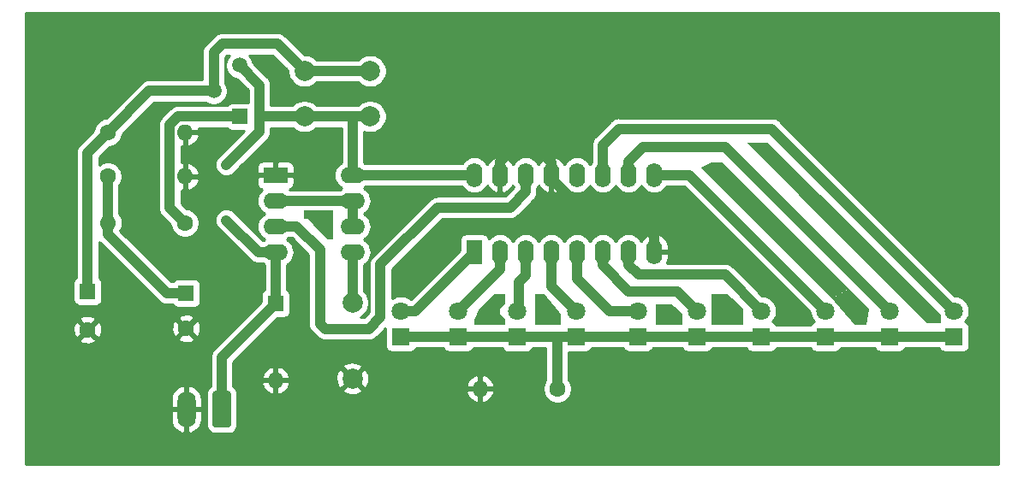
<source format=gbr>
G04 #@! TF.GenerationSoftware,KiCad,Pcbnew,5.1.4-e60b266~84~ubuntu18.04.1*
G04 #@! TF.CreationDate,2019-08-06T09:31:39+03:00*
G04 #@! TF.ProjectId,Wheel_of_Fortune,57686565-6c5f-46f6-965f-466f7274756e,rev?*
G04 #@! TF.SameCoordinates,Original*
G04 #@! TF.FileFunction,Copper,L2,Bot*
G04 #@! TF.FilePolarity,Positive*
%FSLAX46Y46*%
G04 Gerber Fmt 4.6, Leading zero omitted, Abs format (unit mm)*
G04 Created by KiCad (PCBNEW 5.1.4-e60b266~84~ubuntu18.04.1) date 2019-08-06 09:31:39*
%MOMM*%
%LPD*%
G04 APERTURE LIST*
%ADD10C,0.100000*%
%ADD11C,2.000000*%
%ADD12C,1.600000*%
%ADD13R,1.600000X1.600000*%
%ADD14R,1.500000X1.500000*%
%ADD15C,1.500000*%
%ADD16O,1.600000X2.400000*%
%ADD17R,1.600000X2.400000*%
%ADD18O,2.400000X1.600000*%
%ADD19R,2.400000X1.600000*%
%ADD20O,1.600000X1.600000*%
%ADD21O,1.800000X3.600000*%
%ADD22C,1.800000*%
%ADD23R,1.800000X1.800000*%
%ADD24C,0.800000*%
%ADD25C,1.000000*%
%ADD26C,0.254000*%
G04 APERTURE END LIST*
D10*
G36*
X53500000Y15550000D02*
G01*
X53500000Y14550000D01*
X51000000Y14550000D01*
X51000000Y17550000D01*
X51850000Y17550000D01*
X53500000Y15550000D01*
G37*
X53500000Y15550000D02*
X53500000Y14550000D01*
X51000000Y14550000D01*
X51000000Y17550000D01*
X51850000Y17550000D01*
X53500000Y15550000D01*
G36*
X48000000Y16600000D02*
G01*
X47500000Y16050000D01*
X47500000Y15550000D01*
X48000000Y15050000D01*
X48000000Y14550000D01*
X45000000Y14550000D01*
X45000000Y15000000D01*
X45500000Y16050000D01*
X47000000Y17550000D01*
X48000000Y17550000D01*
X48000000Y16600000D01*
G37*
X48000000Y16600000D02*
X47500000Y16050000D01*
X47500000Y15550000D01*
X48000000Y15050000D01*
X48000000Y14550000D01*
X45000000Y14550000D01*
X45000000Y15000000D01*
X45500000Y16050000D01*
X47000000Y17550000D01*
X48000000Y17550000D01*
X48000000Y16600000D01*
G36*
X71500000Y16050000D02*
G01*
X71500000Y14550000D01*
X68500000Y14550000D01*
X68500000Y17550000D01*
X70000000Y17550000D01*
X71500000Y16050000D01*
G37*
X71500000Y16050000D02*
X71500000Y14550000D01*
X68500000Y14550000D01*
X68500000Y17550000D01*
X70000000Y17550000D01*
X71500000Y16050000D01*
G36*
X65500000Y15550000D02*
G01*
X65500000Y14550000D01*
X63000000Y14550000D01*
X63000000Y16550000D01*
X64500000Y16550000D01*
X65500000Y15550000D01*
G37*
X65500000Y15550000D02*
X65500000Y14550000D01*
X63000000Y14550000D01*
X63000000Y16550000D01*
X64500000Y16550000D01*
X65500000Y15550000D01*
G36*
X31000000Y23050000D02*
G01*
X30500000Y23050000D01*
X28500000Y25050000D01*
X28150000Y25050000D01*
X28150000Y25800000D01*
X31000000Y25800000D01*
X31000000Y23050000D01*
G37*
X31000000Y23050000D02*
X30500000Y23050000D01*
X28500000Y25050000D01*
X28150000Y25050000D01*
X28150000Y25800000D01*
X31000000Y25800000D01*
X31000000Y23050000D01*
G36*
X91050000Y15500000D02*
G01*
X91050000Y14750000D01*
X89750000Y14750000D01*
X72000000Y32550000D01*
X74000000Y32550000D01*
X91050000Y15500000D01*
G37*
X91050000Y15500000D02*
X91050000Y14750000D01*
X89750000Y14750000D01*
X72000000Y32550000D01*
X74000000Y32550000D01*
X91050000Y15500000D01*
G36*
X84000000Y16050000D02*
G01*
X83700000Y14600000D01*
X82650000Y14600000D01*
X80500000Y17050000D01*
X82000000Y18050000D01*
X84000000Y16050000D01*
G37*
X84000000Y16050000D02*
X83700000Y14600000D01*
X82650000Y14600000D01*
X80500000Y17050000D01*
X82000000Y18050000D01*
X84000000Y16050000D01*
G36*
X82000000Y18050000D02*
G01*
X80450000Y17100000D01*
X67500000Y30050000D01*
X68500000Y30550000D01*
X69500000Y30550000D01*
X82000000Y18050000D01*
G37*
X82000000Y18050000D02*
X80450000Y17100000D01*
X67500000Y30050000D01*
X68500000Y30550000D01*
X69500000Y30550000D01*
X82000000Y18050000D01*
D11*
X34725000Y39625000D03*
X34725000Y35125000D03*
X28225000Y39625000D03*
X28225000Y35125000D03*
X32973880Y9166360D03*
X32973880Y16666360D03*
D12*
X16527000Y14126000D03*
D13*
X16527000Y17626000D03*
D12*
X6777000Y14001000D03*
D13*
X6777000Y17801000D03*
D14*
X21802000Y35101000D03*
D15*
X21802000Y40181000D03*
X19262000Y37641000D03*
D16*
X45025000Y29320000D03*
X62805000Y21700000D03*
X47565000Y29320000D03*
X60265000Y21700000D03*
X50105000Y29320000D03*
X57725000Y21700000D03*
X52645000Y29320000D03*
X55185000Y21700000D03*
X55185000Y29320000D03*
X52645000Y21700000D03*
X57725000Y29320000D03*
X50105000Y21700000D03*
X60265000Y29320000D03*
X47565000Y21700000D03*
X62805000Y29320000D03*
D17*
X45025000Y21700000D03*
D18*
X32997000Y29301000D03*
X25377000Y21681000D03*
X32997000Y26761000D03*
X25377000Y24221000D03*
X32997000Y24221000D03*
X25377000Y26761000D03*
X32997000Y21681000D03*
D19*
X25377000Y29301000D03*
D20*
X45605000Y8150000D03*
D12*
X53225000Y8150000D03*
D20*
X16422000Y29176000D03*
D12*
X8802000Y29176000D03*
D20*
X8782000Y24576000D03*
D12*
X16402000Y24576000D03*
D20*
X16422000Y33551000D03*
D12*
X8802000Y33551000D03*
D21*
X16550000Y6125000D03*
D10*
G36*
X20724504Y7923796D02*
G01*
X20748773Y7920196D01*
X20772571Y7914235D01*
X20795671Y7905970D01*
X20817849Y7895480D01*
X20838893Y7882867D01*
X20858598Y7868253D01*
X20876777Y7851777D01*
X20893253Y7833598D01*
X20907867Y7813893D01*
X20920480Y7792849D01*
X20930970Y7770671D01*
X20939235Y7747571D01*
X20945196Y7723773D01*
X20948796Y7699504D01*
X20950000Y7675000D01*
X20950000Y4575000D01*
X20948796Y4550496D01*
X20945196Y4526227D01*
X20939235Y4502429D01*
X20930970Y4479329D01*
X20920480Y4457151D01*
X20907867Y4436107D01*
X20893253Y4416402D01*
X20876777Y4398223D01*
X20858598Y4381747D01*
X20838893Y4367133D01*
X20817849Y4354520D01*
X20795671Y4344030D01*
X20772571Y4335765D01*
X20748773Y4329804D01*
X20724504Y4326204D01*
X20700000Y4325000D01*
X19400000Y4325000D01*
X19375496Y4326204D01*
X19351227Y4329804D01*
X19327429Y4335765D01*
X19304329Y4344030D01*
X19282151Y4354520D01*
X19261107Y4367133D01*
X19241402Y4381747D01*
X19223223Y4398223D01*
X19206747Y4416402D01*
X19192133Y4436107D01*
X19179520Y4457151D01*
X19169030Y4479329D01*
X19160765Y4502429D01*
X19154804Y4526227D01*
X19151204Y4550496D01*
X19150000Y4575000D01*
X19150000Y7675000D01*
X19151204Y7699504D01*
X19154804Y7723773D01*
X19160765Y7747571D01*
X19169030Y7770671D01*
X19179520Y7792849D01*
X19192133Y7813893D01*
X19206747Y7833598D01*
X19223223Y7851777D01*
X19241402Y7868253D01*
X19261107Y7882867D01*
X19282151Y7895480D01*
X19304329Y7905970D01*
X19327429Y7914235D01*
X19351227Y7920196D01*
X19375496Y7923796D01*
X19400000Y7925000D01*
X20700000Y7925000D01*
X20724504Y7923796D01*
X20724504Y7923796D01*
G37*
D22*
X20050000Y6125000D03*
X92456000Y15848000D03*
D23*
X92456000Y13308000D03*
D22*
X79756000Y15848000D03*
D23*
X79756000Y13308000D03*
D22*
X67056000Y15848000D03*
D23*
X67056000Y13308000D03*
D22*
X61214000Y15870000D03*
D23*
X61214000Y13330000D03*
D22*
X37760000Y15850000D03*
D23*
X37760000Y13310000D03*
D22*
X86106000Y15848000D03*
D23*
X86106000Y13308000D03*
D22*
X73406000Y15848000D03*
D23*
X73406000Y13308000D03*
D22*
X55118000Y15848000D03*
D23*
X55118000Y13308000D03*
D22*
X43434000Y15850000D03*
D23*
X43434000Y13310000D03*
D22*
X49276000Y15840000D03*
D23*
X49276000Y13300000D03*
D20*
X25375000Y8980000D03*
D13*
X25375000Y16600000D03*
D24*
X20500000Y30350000D03*
X20500000Y24850000D03*
D25*
X47565000Y30640000D02*
X47565000Y29320000D01*
X48445000Y31520000D02*
X47565000Y30640000D01*
X52645000Y29320000D02*
X52645000Y30580000D01*
X51705000Y31520000D02*
X48445000Y31520000D01*
X52645000Y30580000D02*
X51705000Y31520000D01*
X56065000Y25500000D02*
X52645000Y28920000D01*
X60600000Y25500000D02*
X56065000Y25500000D01*
X52645000Y28920000D02*
X52645000Y29320000D01*
X62805000Y21700000D02*
X62805000Y23295000D01*
X62805000Y23295000D02*
X60600000Y25500000D01*
X12892000Y37641000D02*
X8802000Y33551000D01*
X19262000Y37641000D02*
X12892000Y37641000D01*
X19262000Y37641000D02*
X19262000Y41461000D01*
X6777000Y31526000D02*
X6777000Y17801000D01*
X8802000Y33551000D02*
X6777000Y31526000D01*
X27225001Y40624999D02*
X28225000Y39625000D01*
X25525000Y42325000D02*
X27225001Y40624999D01*
X20126000Y42325000D02*
X25525000Y42325000D01*
X19262000Y41461000D02*
X20126000Y42325000D01*
X28225000Y39625000D02*
X34725000Y39625000D01*
X8782000Y24576000D02*
X8782000Y29156000D01*
X14727000Y17626000D02*
X16527000Y17626000D01*
X8782000Y23444630D02*
X14600630Y17626000D01*
X8782000Y24576000D02*
X8782000Y23444630D01*
X32997000Y21681000D02*
X32997000Y16689480D01*
X45025000Y29320000D02*
X33016000Y29320000D01*
X23900000Y35125000D02*
X28225000Y35125000D01*
X32997000Y34717213D02*
X32997000Y29301000D01*
X28225000Y35125000D02*
X34725000Y35125000D01*
X25377000Y21681000D02*
X25377000Y16602000D01*
X20050000Y6125000D02*
X20050000Y11250000D01*
X20050000Y11250000D02*
X25375000Y16575000D01*
X23774000Y38209000D02*
X21802000Y40181000D01*
X20500000Y30350000D02*
X20500000Y30350000D01*
X23774000Y33624000D02*
X23774000Y38209000D01*
X23669000Y21681000D02*
X20500000Y24850000D01*
X25377000Y21681000D02*
X23669000Y21681000D01*
X20500000Y30350000D02*
X23774000Y33624000D01*
X20500000Y24850000D02*
X20500000Y24850000D01*
X50100000Y19350000D02*
X50100000Y21695000D01*
X49450000Y18700000D02*
X50100000Y19350000D01*
X49276000Y15840000D02*
X49450000Y16014000D01*
X50100000Y21695000D02*
X50105000Y21700000D01*
X49450000Y16014000D02*
X49450000Y18700000D01*
X92454000Y13310000D02*
X92456000Y13308000D01*
X53225000Y13275000D02*
X53190000Y13310000D01*
X53225000Y8150000D02*
X53225000Y13275000D01*
X37760000Y13310000D02*
X53190000Y13310000D01*
X53190000Y13310000D02*
X92454000Y13310000D01*
X47565000Y19981000D02*
X47565000Y21700000D01*
X43434000Y15850000D02*
X47565000Y19981000D01*
X52650000Y21695000D02*
X52645000Y21700000D01*
X52650000Y18316000D02*
X52650000Y21695000D01*
X55118000Y15848000D02*
X52650000Y18316000D01*
X60265000Y20435000D02*
X60265000Y21700000D01*
X73406000Y15848000D02*
X69804000Y19450000D01*
X61250000Y19450000D02*
X60265000Y20435000D01*
X69804000Y19450000D02*
X61250000Y19450000D01*
X60265000Y30640000D02*
X60265000Y29320000D01*
X61725000Y32100000D02*
X60265000Y30640000D01*
X69854000Y32100000D02*
X65600000Y32100000D01*
X66731000Y32100000D02*
X65600000Y32100000D01*
X86106000Y15848000D02*
X69854000Y32100000D01*
X65600000Y32100000D02*
X61725000Y32100000D01*
X39175000Y15850000D02*
X45025000Y21700000D01*
X37760000Y15850000D02*
X39175000Y15850000D01*
X55185000Y19065000D02*
X55185000Y21700000D01*
X61214000Y15870000D02*
X58380000Y15870000D01*
X58380000Y15870000D02*
X55185000Y19065000D01*
X65200000Y17700000D02*
X65100000Y17800000D01*
X65104000Y17800000D02*
X65100000Y17800000D01*
X67056000Y15848000D02*
X65104000Y17800000D01*
X57725000Y20375000D02*
X57725000Y21700000D01*
X65100000Y17800000D02*
X60300000Y17800000D01*
X60300000Y17800000D02*
X57725000Y20375000D01*
X79756000Y15848000D02*
X79752000Y15848000D01*
X66280000Y29320000D02*
X62805000Y29320000D01*
X79752000Y15848000D02*
X66280000Y29320000D01*
X59325000Y33875000D02*
X57725000Y32275000D01*
X74425000Y33875000D02*
X59325000Y33875000D01*
X92456000Y15848000D02*
X92452000Y15848000D01*
X57725000Y32275000D02*
X57725000Y29320000D01*
X92452000Y15848000D02*
X74425000Y33875000D01*
X15751998Y35101000D02*
X14921999Y34271001D01*
X14921999Y34271001D02*
X14921999Y26056001D01*
X21802000Y35101000D02*
X15751998Y35101000D01*
X14921999Y26056001D02*
X16402000Y24576000D01*
X32997000Y24221000D02*
X32997000Y26761000D01*
X25377000Y26761000D02*
X32997000Y26761000D01*
X35750000Y20450000D02*
X41400000Y26100000D01*
X35750000Y15250000D02*
X35750000Y20450000D01*
X27432000Y24221000D02*
X29752000Y21901000D01*
X48550000Y26100000D02*
X50105000Y27655000D01*
X41400000Y26100000D02*
X48550000Y26100000D01*
X29752000Y14598000D02*
X30275000Y14075000D01*
X29752000Y21901000D02*
X29752000Y14598000D01*
X30275000Y14075000D02*
X34575000Y14075000D01*
X50105000Y27655000D02*
X50105000Y29320000D01*
X25377000Y24221000D02*
X27432000Y24221000D01*
X34575000Y14075000D02*
X35750000Y15250000D01*
D26*
G36*
X96840359Y684831D02*
G01*
X660000Y660169D01*
X660000Y5998000D01*
X15015000Y5998000D01*
X15015000Y5098000D01*
X15069271Y4800977D01*
X15180446Y4520249D01*
X15344252Y4266604D01*
X15554394Y4049790D01*
X15802796Y3878138D01*
X16079913Y3758245D01*
X16185260Y3733964D01*
X16423000Y3854622D01*
X16423000Y5998000D01*
X16677000Y5998000D01*
X16677000Y3854622D01*
X16914740Y3733964D01*
X17020087Y3758245D01*
X17297204Y3878138D01*
X17545606Y4049790D01*
X17755748Y4266604D01*
X17919554Y4520249D01*
X18030729Y4800977D01*
X18085000Y5098000D01*
X18085000Y5998000D01*
X16677000Y5998000D01*
X16423000Y5998000D01*
X15015000Y5998000D01*
X660000Y5998000D01*
X660000Y7152000D01*
X15015000Y7152000D01*
X15015000Y6252000D01*
X16423000Y6252000D01*
X16423000Y8395378D01*
X16677000Y8395378D01*
X16677000Y6252000D01*
X18085000Y6252000D01*
X18085000Y7152000D01*
X18030729Y7449023D01*
X17919554Y7729751D01*
X17755748Y7983396D01*
X17545606Y8200210D01*
X17297204Y8371862D01*
X17020087Y8491755D01*
X16914740Y8516036D01*
X16677000Y8395378D01*
X16423000Y8395378D01*
X16185260Y8516036D01*
X16079913Y8491755D01*
X15802796Y8371862D01*
X15554394Y8200210D01*
X15344252Y7983396D01*
X15180446Y7729751D01*
X15069271Y7449023D01*
X15015000Y7152000D01*
X660000Y7152000D01*
X660000Y13008298D01*
X5963903Y13008298D01*
X6035486Y12764329D01*
X6290996Y12643429D01*
X6565184Y12574700D01*
X6847512Y12560783D01*
X7127130Y12602213D01*
X7393292Y12697397D01*
X7518514Y12764329D01*
X7590097Y13008298D01*
X7465097Y13133298D01*
X15713903Y13133298D01*
X15785486Y12889329D01*
X16040996Y12768429D01*
X16315184Y12699700D01*
X16597512Y12685783D01*
X16877130Y12727213D01*
X17143292Y12822397D01*
X17268514Y12889329D01*
X17340097Y13133298D01*
X16527000Y13946395D01*
X15713903Y13133298D01*
X7465097Y13133298D01*
X6777000Y13821395D01*
X5963903Y13008298D01*
X660000Y13008298D01*
X660000Y13930488D01*
X5336783Y13930488D01*
X5378213Y13650870D01*
X5473397Y13384708D01*
X5540329Y13259486D01*
X5784298Y13187903D01*
X6597395Y14001000D01*
X6956605Y14001000D01*
X7769702Y13187903D01*
X8013671Y13259486D01*
X8134571Y13514996D01*
X8203300Y13789184D01*
X8216427Y14055488D01*
X15086783Y14055488D01*
X15128213Y13775870D01*
X15223397Y13509708D01*
X15290329Y13384486D01*
X15534298Y13312903D01*
X16347395Y14126000D01*
X16706605Y14126000D01*
X17519702Y13312903D01*
X17763671Y13384486D01*
X17884571Y13639996D01*
X17953300Y13914184D01*
X17967217Y14196512D01*
X17925787Y14476130D01*
X17830603Y14742292D01*
X17763671Y14867514D01*
X17519702Y14939097D01*
X16706605Y14126000D01*
X16347395Y14126000D01*
X15534298Y14939097D01*
X15290329Y14867514D01*
X15169429Y14612004D01*
X15100700Y14337816D01*
X15086783Y14055488D01*
X8216427Y14055488D01*
X8217217Y14071512D01*
X8175787Y14351130D01*
X8080603Y14617292D01*
X8013671Y14742514D01*
X7769702Y14814097D01*
X6956605Y14001000D01*
X6597395Y14001000D01*
X5784298Y14814097D01*
X5540329Y14742514D01*
X5419429Y14487004D01*
X5350700Y14212816D01*
X5336783Y13930488D01*
X660000Y13930488D01*
X660000Y14993702D01*
X5963903Y14993702D01*
X6777000Y14180605D01*
X7590097Y14993702D01*
X7553421Y15118702D01*
X15713903Y15118702D01*
X16527000Y14305605D01*
X17340097Y15118702D01*
X17268514Y15362671D01*
X17013004Y15483571D01*
X16738816Y15552300D01*
X16456488Y15566217D01*
X16176870Y15524787D01*
X15910708Y15429603D01*
X15785486Y15362671D01*
X15713903Y15118702D01*
X7553421Y15118702D01*
X7518514Y15237671D01*
X7263004Y15358571D01*
X6988816Y15427300D01*
X6706488Y15441217D01*
X6426870Y15399787D01*
X6160708Y15304603D01*
X6035486Y15237671D01*
X5963903Y14993702D01*
X660000Y14993702D01*
X660000Y18601000D01*
X5338928Y18601000D01*
X5338928Y17001000D01*
X5351188Y16876518D01*
X5387498Y16756820D01*
X5446463Y16646506D01*
X5525815Y16549815D01*
X5622506Y16470463D01*
X5732820Y16411498D01*
X5852518Y16375188D01*
X5977000Y16362928D01*
X7577000Y16362928D01*
X7701482Y16375188D01*
X7821180Y16411498D01*
X7931494Y16470463D01*
X8028185Y16549815D01*
X8107537Y16646506D01*
X8166502Y16756820D01*
X8202812Y16876518D01*
X8215072Y17001000D01*
X8215072Y18601000D01*
X8202812Y18725482D01*
X8166502Y18845180D01*
X8107537Y18955494D01*
X8028185Y19052185D01*
X7931494Y19131537D01*
X7912000Y19141957D01*
X7912000Y22715619D01*
X7975552Y22638181D01*
X8018860Y22602639D01*
X13837486Y16784012D01*
X13967006Y16677717D01*
X14164182Y16572325D01*
X14378130Y16507424D01*
X14600629Y16485510D01*
X14663809Y16491733D01*
X14671248Y16491000D01*
X15186043Y16491000D01*
X15196463Y16471506D01*
X15275815Y16374815D01*
X15372506Y16295463D01*
X15482820Y16236498D01*
X15602518Y16200188D01*
X15727000Y16187928D01*
X17327000Y16187928D01*
X17451482Y16200188D01*
X17571180Y16236498D01*
X17681494Y16295463D01*
X17778185Y16374815D01*
X17857537Y16471506D01*
X17916502Y16581820D01*
X17952812Y16701518D01*
X17965072Y16826000D01*
X17965072Y18426000D01*
X17952812Y18550482D01*
X17916502Y18670180D01*
X17857537Y18780494D01*
X17778185Y18877185D01*
X17681494Y18956537D01*
X17571180Y19015502D01*
X17451482Y19051812D01*
X17327000Y19064072D01*
X15727000Y19064072D01*
X15602518Y19051812D01*
X15482820Y19015502D01*
X15372506Y18956537D01*
X15275815Y18877185D01*
X15196463Y18780494D01*
X15186043Y18761000D01*
X15070762Y18761000D01*
X10007380Y23824381D01*
X10114182Y24024192D01*
X10196236Y24294691D01*
X10223943Y24576000D01*
X10196236Y24857309D01*
X10114182Y25127808D01*
X9980932Y25377101D01*
X9917000Y25455002D01*
X9917000Y28261784D01*
X10073680Y28496273D01*
X10181853Y28757426D01*
X10237000Y29034665D01*
X10237000Y29317335D01*
X10181853Y29594574D01*
X10073680Y29855727D01*
X9916637Y30090759D01*
X9716759Y30290637D01*
X9481727Y30447680D01*
X9220574Y30555853D01*
X8943335Y30611000D01*
X8660665Y30611000D01*
X8383426Y30555853D01*
X8122273Y30447680D01*
X7912000Y30307180D01*
X7912000Y31055869D01*
X8979282Y32123150D01*
X9220574Y32171147D01*
X9481727Y32279320D01*
X9716759Y32436363D01*
X9916637Y32636241D01*
X10073680Y32871273D01*
X10181853Y33132426D01*
X10229850Y33373719D01*
X13362132Y36506000D01*
X18467714Y36506000D01*
X18605957Y36413629D01*
X18858011Y36309225D01*
X19125589Y36256000D01*
X19398411Y36256000D01*
X19665989Y36309225D01*
X19918043Y36413629D01*
X20144886Y36565201D01*
X20337799Y36758114D01*
X20489371Y36984957D01*
X20593775Y37237011D01*
X20647000Y37504589D01*
X20647000Y37777411D01*
X20593775Y38044989D01*
X20489371Y38297043D01*
X20397000Y38435286D01*
X20397000Y40990868D01*
X20596132Y41190000D01*
X20852315Y41190000D01*
X20726201Y41063886D01*
X20574629Y40837043D01*
X20470225Y40584989D01*
X20417000Y40317411D01*
X20417000Y40044589D01*
X20470225Y39777011D01*
X20574629Y39524957D01*
X20726201Y39298114D01*
X20919114Y39105201D01*
X21145957Y38953629D01*
X21398011Y38849225D01*
X21561081Y38816788D01*
X22639001Y37738867D01*
X22639001Y36480503D01*
X22552000Y36489072D01*
X21052000Y36489072D01*
X20927518Y36476812D01*
X20807820Y36440502D01*
X20697506Y36381537D01*
X20600815Y36302185D01*
X20546499Y36236000D01*
X15807750Y36236000D01*
X15751998Y36241491D01*
X15696246Y36236000D01*
X15529499Y36219577D01*
X15315551Y36154676D01*
X15118375Y36049284D01*
X14945549Y35907449D01*
X14910006Y35864140D01*
X14158863Y35112996D01*
X14115550Y35077450D01*
X13973715Y34904624D01*
X13898813Y34764490D01*
X13868323Y34707447D01*
X13803422Y34493499D01*
X13781508Y34271001D01*
X13786999Y34215249D01*
X13787000Y26111762D01*
X13781508Y26056001D01*
X13803422Y25833503D01*
X13868323Y25619555D01*
X13881123Y25595608D01*
X13973716Y25422378D01*
X14115551Y25249552D01*
X14158859Y25214010D01*
X14974150Y24398718D01*
X15022147Y24157426D01*
X15130320Y23896273D01*
X15287363Y23661241D01*
X15487241Y23461363D01*
X15722273Y23304320D01*
X15983426Y23196147D01*
X16260665Y23141000D01*
X16543335Y23141000D01*
X16820574Y23196147D01*
X17081727Y23304320D01*
X17316759Y23461363D01*
X17516637Y23661241D01*
X17673680Y23896273D01*
X17781853Y24157426D01*
X17837000Y24434665D01*
X17837000Y24717335D01*
X17781853Y24994574D01*
X17673680Y25255727D01*
X17516637Y25490759D01*
X17316759Y25690637D01*
X17081727Y25847680D01*
X16820574Y25955853D01*
X16579282Y26003850D01*
X16056999Y26526132D01*
X16056999Y27789807D01*
X16072960Y27784091D01*
X16295000Y27905376D01*
X16295000Y29049000D01*
X16549000Y29049000D01*
X16549000Y27905376D01*
X16771040Y27784091D01*
X17035881Y27878930D01*
X17277131Y28023615D01*
X17485519Y28212586D01*
X17653037Y28438580D01*
X17773246Y28692913D01*
X17813904Y28826961D01*
X17691915Y29049000D01*
X16549000Y29049000D01*
X16295000Y29049000D01*
X16275000Y29049000D01*
X16275000Y29303000D01*
X16295000Y29303000D01*
X16295000Y30446624D01*
X16549000Y30446624D01*
X16549000Y29303000D01*
X17691915Y29303000D01*
X17813904Y29525039D01*
X17773246Y29659087D01*
X17653037Y29913420D01*
X17485519Y30139414D01*
X17277131Y30328385D01*
X17035881Y30473070D01*
X16771040Y30567909D01*
X16549000Y30446624D01*
X16295000Y30446624D01*
X16072960Y30567909D01*
X16056999Y30562193D01*
X16056999Y32164807D01*
X16072960Y32159091D01*
X16295000Y32280376D01*
X16295000Y33424000D01*
X16549000Y33424000D01*
X16549000Y32280376D01*
X16771040Y32159091D01*
X17035881Y32253930D01*
X17277131Y32398615D01*
X17485519Y32587586D01*
X17653037Y32813580D01*
X17773246Y33067913D01*
X17813904Y33201961D01*
X17691915Y33424000D01*
X16549000Y33424000D01*
X16295000Y33424000D01*
X16275000Y33424000D01*
X16275000Y33678000D01*
X16295000Y33678000D01*
X16295000Y33698000D01*
X16549000Y33698000D01*
X16549000Y33678000D01*
X17691915Y33678000D01*
X17813904Y33900039D01*
X17793897Y33966000D01*
X20546499Y33966000D01*
X20600815Y33899815D01*
X20697506Y33820463D01*
X20807820Y33761498D01*
X20927518Y33725188D01*
X21052000Y33712928D01*
X22257796Y33712928D01*
X19736865Y31191996D01*
X19693551Y31156449D01*
X19551716Y30983623D01*
X19446324Y30786447D01*
X19381423Y30572499D01*
X19359509Y30350000D01*
X19381423Y30127501D01*
X19446324Y29913553D01*
X19551716Y29716377D01*
X19693551Y29543551D01*
X19866377Y29401716D01*
X20063553Y29296324D01*
X20277501Y29231423D01*
X20444248Y29215000D01*
X20444249Y29215000D01*
X20500000Y29209509D01*
X20555751Y29215000D01*
X20555752Y29215000D01*
X20722499Y29231423D01*
X20936447Y29296324D01*
X21133623Y29401716D01*
X21306449Y29543551D01*
X21341996Y29586865D01*
X21856131Y30101000D01*
X23538928Y30101000D01*
X23542000Y29586750D01*
X23700750Y29428000D01*
X25250000Y29428000D01*
X25250000Y30577250D01*
X25504000Y30577250D01*
X25504000Y29428000D01*
X27053250Y29428000D01*
X27212000Y29586750D01*
X27215072Y30101000D01*
X27202812Y30225482D01*
X27166502Y30345180D01*
X27107537Y30455494D01*
X27028185Y30552185D01*
X26931494Y30631537D01*
X26821180Y30690502D01*
X26701482Y30726812D01*
X26577000Y30739072D01*
X25662750Y30736000D01*
X25504000Y30577250D01*
X25250000Y30577250D01*
X25091250Y30736000D01*
X24177000Y30739072D01*
X24052518Y30726812D01*
X23932820Y30690502D01*
X23822506Y30631537D01*
X23725815Y30552185D01*
X23646463Y30455494D01*
X23587498Y30345180D01*
X23551188Y30225482D01*
X23538928Y30101000D01*
X21856131Y30101000D01*
X24537141Y32782009D01*
X24580449Y32817551D01*
X24722284Y32990377D01*
X24827676Y33187553D01*
X24877471Y33351705D01*
X24892577Y33401500D01*
X24907301Y33551000D01*
X24909000Y33568248D01*
X24909000Y33568255D01*
X24914490Y33623999D01*
X24909000Y33679743D01*
X24909000Y33990000D01*
X27047761Y33990000D01*
X27182748Y33855013D01*
X27450537Y33676082D01*
X27748088Y33552832D01*
X28063967Y33490000D01*
X28386033Y33490000D01*
X28701912Y33552832D01*
X28999463Y33676082D01*
X29267252Y33855013D01*
X29402239Y33990000D01*
X31862000Y33990000D01*
X31862001Y30535264D01*
X31795899Y30499932D01*
X31577392Y30320608D01*
X31398068Y30102101D01*
X31264818Y29852808D01*
X31182764Y29582309D01*
X31155057Y29301000D01*
X31182764Y29019691D01*
X31264818Y28749192D01*
X31398068Y28499899D01*
X31577392Y28281392D01*
X31795899Y28102068D01*
X31928858Y28031000D01*
X31795899Y27959932D01*
X31717998Y27896000D01*
X26770090Y27896000D01*
X26821180Y27911498D01*
X26931494Y27970463D01*
X27028185Y28049815D01*
X27107537Y28146506D01*
X27166502Y28256820D01*
X27202812Y28376518D01*
X27215072Y28501000D01*
X27212000Y29015250D01*
X27053250Y29174000D01*
X25504000Y29174000D01*
X25504000Y29154000D01*
X25250000Y29154000D01*
X25250000Y29174000D01*
X23700750Y29174000D01*
X23542000Y29015250D01*
X23538928Y28501000D01*
X23551188Y28376518D01*
X23587498Y28256820D01*
X23646463Y28146506D01*
X23725815Y28049815D01*
X23822506Y27970463D01*
X23932820Y27911498D01*
X24052518Y27875188D01*
X24070482Y27873419D01*
X23957392Y27780608D01*
X23778068Y27562101D01*
X23644818Y27312808D01*
X23562764Y27042309D01*
X23535057Y26761000D01*
X23562764Y26479691D01*
X23644818Y26209192D01*
X23778068Y25959899D01*
X23957392Y25741392D01*
X24175899Y25562068D01*
X24308858Y25491000D01*
X24175899Y25419932D01*
X23957392Y25240608D01*
X23778068Y25022101D01*
X23644818Y24772808D01*
X23562764Y24502309D01*
X23535057Y24221000D01*
X23562764Y23939691D01*
X23644818Y23669192D01*
X23778068Y23419899D01*
X23957392Y23201392D01*
X24175899Y23022068D01*
X24308858Y22951000D01*
X24175899Y22879932D01*
X24120590Y22834541D01*
X21341996Y25613135D01*
X21306449Y25656449D01*
X21133623Y25798284D01*
X20936447Y25903676D01*
X20722499Y25968577D01*
X20555752Y25985000D01*
X20555751Y25985000D01*
X20500000Y25990491D01*
X20444249Y25985000D01*
X20444248Y25985000D01*
X20277501Y25968577D01*
X20063553Y25903676D01*
X19866377Y25798284D01*
X19693551Y25656449D01*
X19551716Y25483623D01*
X19446324Y25286447D01*
X19381423Y25072499D01*
X19359509Y24850000D01*
X19381423Y24627501D01*
X19446324Y24413553D01*
X19551716Y24216377D01*
X19693551Y24043551D01*
X19736865Y24008004D01*
X22827009Y20917859D01*
X22862551Y20874551D01*
X23018317Y20746717D01*
X23035377Y20732716D01*
X23232553Y20627324D01*
X23446501Y20562423D01*
X23669000Y20540509D01*
X23724752Y20546000D01*
X24097998Y20546000D01*
X24175899Y20482068D01*
X24242000Y20446736D01*
X24242001Y17942026D01*
X24220506Y17930537D01*
X24123815Y17851185D01*
X24044463Y17754494D01*
X23985498Y17644180D01*
X23949188Y17524482D01*
X23936928Y17400000D01*
X23936928Y16742060D01*
X19286860Y12091991D01*
X19243552Y12056449D01*
X19101717Y11883623D01*
X19052705Y11791928D01*
X18996324Y11686446D01*
X18931423Y11472498D01*
X18909509Y11250000D01*
X18915001Y11194239D01*
X18915000Y8417888D01*
X18906614Y8413405D01*
X18772038Y8302962D01*
X18661595Y8168386D01*
X18579528Y8014850D01*
X18528992Y7848254D01*
X18511928Y7675000D01*
X18511928Y4575000D01*
X18528992Y4401746D01*
X18579528Y4235150D01*
X18661595Y4081614D01*
X18772038Y3947038D01*
X18906614Y3836595D01*
X19060150Y3754528D01*
X19226746Y3703992D01*
X19400000Y3686928D01*
X20700000Y3686928D01*
X20873254Y3703992D01*
X21039850Y3754528D01*
X21193386Y3836595D01*
X21327962Y3947038D01*
X21438405Y4081614D01*
X21520472Y4235150D01*
X21571008Y4401746D01*
X21588072Y4575000D01*
X21588072Y7675000D01*
X21571008Y7848254D01*
X21520472Y8014850D01*
X21438405Y8168386D01*
X21327962Y8302962D01*
X21193386Y8413405D01*
X21185000Y8417887D01*
X21185000Y8630960D01*
X23983091Y8630960D01*
X24077930Y8366119D01*
X24222615Y8124869D01*
X24411586Y7916481D01*
X24637580Y7748963D01*
X24891913Y7628754D01*
X25025961Y7588096D01*
X25248000Y7710085D01*
X25248000Y8853000D01*
X25502000Y8853000D01*
X25502000Y7710085D01*
X25724039Y7588096D01*
X25858087Y7628754D01*
X26112420Y7748963D01*
X26338414Y7916481D01*
X26442214Y8030947D01*
X32018072Y8030947D01*
X32113836Y7766546D01*
X32403451Y7625656D01*
X32714988Y7543976D01*
X33036475Y7524642D01*
X33355555Y7568399D01*
X33659968Y7673565D01*
X33833924Y7766546D01*
X33846388Y7800961D01*
X44213096Y7800961D01*
X44253754Y7666913D01*
X44373963Y7412580D01*
X44541481Y7186586D01*
X44749869Y6997615D01*
X44991119Y6852930D01*
X45255960Y6758091D01*
X45478000Y6879376D01*
X45478000Y8023000D01*
X45732000Y8023000D01*
X45732000Y6879376D01*
X45954040Y6758091D01*
X46218881Y6852930D01*
X46460131Y6997615D01*
X46668519Y7186586D01*
X46836037Y7412580D01*
X46956246Y7666913D01*
X46996904Y7800961D01*
X46874915Y8023000D01*
X45732000Y8023000D01*
X45478000Y8023000D01*
X44335085Y8023000D01*
X44213096Y7800961D01*
X33846388Y7800961D01*
X33929688Y8030947D01*
X32973880Y8986755D01*
X32018072Y8030947D01*
X26442214Y8030947D01*
X26527385Y8124869D01*
X26672070Y8366119D01*
X26766909Y8630960D01*
X26645624Y8853000D01*
X25502000Y8853000D01*
X25248000Y8853000D01*
X24104376Y8853000D01*
X23983091Y8630960D01*
X21185000Y8630960D01*
X21185000Y9103765D01*
X31332162Y9103765D01*
X31375919Y8784685D01*
X31481085Y8480272D01*
X31574066Y8306316D01*
X31838467Y8210552D01*
X32794275Y9166360D01*
X33153485Y9166360D01*
X34109293Y8210552D01*
X34373694Y8306316D01*
X34467448Y8499039D01*
X44213096Y8499039D01*
X44335085Y8277000D01*
X45478000Y8277000D01*
X45478000Y9420624D01*
X45732000Y9420624D01*
X45732000Y8277000D01*
X46874915Y8277000D01*
X46996904Y8499039D01*
X46956246Y8633087D01*
X46836037Y8887420D01*
X46668519Y9113414D01*
X46460131Y9302385D01*
X46218881Y9447070D01*
X45954040Y9541909D01*
X45732000Y9420624D01*
X45478000Y9420624D01*
X45255960Y9541909D01*
X44991119Y9447070D01*
X44749869Y9302385D01*
X44541481Y9113414D01*
X44373963Y8887420D01*
X44253754Y8633087D01*
X44213096Y8499039D01*
X34467448Y8499039D01*
X34514584Y8595931D01*
X34596264Y8907468D01*
X34615598Y9228955D01*
X34571841Y9548035D01*
X34466675Y9852448D01*
X34373694Y10026404D01*
X34109293Y10122168D01*
X33153485Y9166360D01*
X32794275Y9166360D01*
X31838467Y10122168D01*
X31574066Y10026404D01*
X31433176Y9736789D01*
X31351496Y9425252D01*
X31332162Y9103765D01*
X21185000Y9103765D01*
X21185000Y9329040D01*
X23983091Y9329040D01*
X24104376Y9107000D01*
X25248000Y9107000D01*
X25248000Y10249915D01*
X25502000Y10249915D01*
X25502000Y9107000D01*
X26645624Y9107000D01*
X26766909Y9329040D01*
X26672070Y9593881D01*
X26527385Y9835131D01*
X26338414Y10043519D01*
X26112420Y10211037D01*
X25920445Y10301773D01*
X32018072Y10301773D01*
X32973880Y9345965D01*
X33929688Y10301773D01*
X33833924Y10566174D01*
X33544309Y10707064D01*
X33232772Y10788744D01*
X32911285Y10808078D01*
X32592205Y10764321D01*
X32287792Y10659155D01*
X32113836Y10566174D01*
X32018072Y10301773D01*
X25920445Y10301773D01*
X25858087Y10331246D01*
X25724039Y10371904D01*
X25502000Y10249915D01*
X25248000Y10249915D01*
X25025961Y10371904D01*
X24891913Y10331246D01*
X24637580Y10211037D01*
X24411586Y10043519D01*
X24222615Y9835131D01*
X24077930Y9593881D01*
X23983091Y9329040D01*
X21185000Y9329040D01*
X21185000Y10779869D01*
X25567060Y15161928D01*
X26175000Y15161928D01*
X26299482Y15174188D01*
X26419180Y15210498D01*
X26529494Y15269463D01*
X26626185Y15348815D01*
X26705537Y15445506D01*
X26764502Y15555820D01*
X26800812Y15675518D01*
X26813072Y15800000D01*
X26813072Y17400000D01*
X26800812Y17524482D01*
X26764502Y17644180D01*
X26705537Y17754494D01*
X26626185Y17851185D01*
X26529494Y17930537D01*
X26512000Y17939888D01*
X26512000Y20446736D01*
X26578101Y20482068D01*
X26796608Y20661392D01*
X26975932Y20879899D01*
X27109182Y21129192D01*
X27191236Y21399691D01*
X27218943Y21681000D01*
X27191236Y21962309D01*
X27109182Y22232808D01*
X26975932Y22482101D01*
X26796608Y22700608D01*
X26578101Y22879932D01*
X26445142Y22951000D01*
X26578101Y23022068D01*
X26656002Y23086000D01*
X26961869Y23086000D01*
X28617000Y21430868D01*
X28617001Y14653761D01*
X28611509Y14598000D01*
X28633423Y14375502D01*
X28698324Y14161554D01*
X28723772Y14113944D01*
X28803717Y13964377D01*
X28945552Y13791551D01*
X28988860Y13756009D01*
X29433008Y13311860D01*
X29468551Y13268551D01*
X29641377Y13126716D01*
X29714742Y13087502D01*
X29838553Y13021324D01*
X30052501Y12956423D01*
X30275000Y12934509D01*
X30330752Y12940000D01*
X34519249Y12940000D01*
X34575000Y12934509D01*
X34630751Y12940000D01*
X34630752Y12940000D01*
X34797499Y12956423D01*
X35011447Y13021324D01*
X35208623Y13126716D01*
X35381449Y13268551D01*
X35416996Y13311864D01*
X36221928Y14116796D01*
X36221928Y12410000D01*
X36234188Y12285518D01*
X36270498Y12165820D01*
X36329463Y12055506D01*
X36408815Y11958815D01*
X36505506Y11879463D01*
X36615820Y11820498D01*
X36735518Y11784188D01*
X36860000Y11771928D01*
X38660000Y11771928D01*
X38784482Y11784188D01*
X38904180Y11820498D01*
X39014494Y11879463D01*
X39111185Y11958815D01*
X39190537Y12055506D01*
X39249502Y12165820D01*
X39252287Y12175000D01*
X41941713Y12175000D01*
X41944498Y12165820D01*
X42003463Y12055506D01*
X42082815Y11958815D01*
X42179506Y11879463D01*
X42289820Y11820498D01*
X42409518Y11784188D01*
X42534000Y11771928D01*
X44334000Y11771928D01*
X44458482Y11784188D01*
X44578180Y11820498D01*
X44688494Y11879463D01*
X44785185Y11958815D01*
X44864537Y12055506D01*
X44923502Y12165820D01*
X44926287Y12175000D01*
X47780680Y12175000D01*
X47786498Y12155820D01*
X47845463Y12045506D01*
X47924815Y11948815D01*
X48021506Y11869463D01*
X48131820Y11810498D01*
X48251518Y11774188D01*
X48376000Y11761928D01*
X50176000Y11761928D01*
X50300482Y11774188D01*
X50420180Y11810498D01*
X50530494Y11869463D01*
X50627185Y11948815D01*
X50706537Y12045506D01*
X50765502Y12155820D01*
X50771320Y12175000D01*
X52090001Y12175000D01*
X52090000Y9034284D01*
X51953320Y8829727D01*
X51845147Y8568574D01*
X51790000Y8291335D01*
X51790000Y8008665D01*
X51845147Y7731426D01*
X51953320Y7470273D01*
X52110363Y7235241D01*
X52310241Y7035363D01*
X52545273Y6878320D01*
X52806426Y6770147D01*
X53083665Y6715000D01*
X53366335Y6715000D01*
X53643574Y6770147D01*
X53904727Y6878320D01*
X54139759Y7035363D01*
X54339637Y7235241D01*
X54496680Y7470273D01*
X54604853Y7731426D01*
X54660000Y8008665D01*
X54660000Y8291335D01*
X54604853Y8568574D01*
X54496680Y8829727D01*
X54360000Y9034284D01*
X54360000Y11769928D01*
X56018000Y11769928D01*
X56142482Y11782188D01*
X56262180Y11818498D01*
X56372494Y11877463D01*
X56469185Y11956815D01*
X56548537Y12053506D01*
X56607502Y12163820D01*
X56610893Y12175000D01*
X59730282Y12175000D01*
X59783463Y12075506D01*
X59862815Y11978815D01*
X59959506Y11899463D01*
X60069820Y11840498D01*
X60189518Y11804188D01*
X60314000Y11791928D01*
X62114000Y11791928D01*
X62238482Y11804188D01*
X62358180Y11840498D01*
X62468494Y11899463D01*
X62565185Y11978815D01*
X62644537Y12075506D01*
X62697718Y12175000D01*
X65563107Y12175000D01*
X65566498Y12163820D01*
X65625463Y12053506D01*
X65704815Y11956815D01*
X65801506Y11877463D01*
X65911820Y11818498D01*
X66031518Y11782188D01*
X66156000Y11769928D01*
X67956000Y11769928D01*
X68080482Y11782188D01*
X68200180Y11818498D01*
X68310494Y11877463D01*
X68407185Y11956815D01*
X68486537Y12053506D01*
X68545502Y12163820D01*
X68548893Y12175000D01*
X71913107Y12175000D01*
X71916498Y12163820D01*
X71975463Y12053506D01*
X72054815Y11956815D01*
X72151506Y11877463D01*
X72261820Y11818498D01*
X72381518Y11782188D01*
X72506000Y11769928D01*
X74306000Y11769928D01*
X74430482Y11782188D01*
X74550180Y11818498D01*
X74660494Y11877463D01*
X74757185Y11956815D01*
X74836537Y12053506D01*
X74895502Y12163820D01*
X74898893Y12175000D01*
X78263107Y12175000D01*
X78266498Y12163820D01*
X78325463Y12053506D01*
X78404815Y11956815D01*
X78501506Y11877463D01*
X78611820Y11818498D01*
X78731518Y11782188D01*
X78856000Y11769928D01*
X80656000Y11769928D01*
X80780482Y11782188D01*
X80900180Y11818498D01*
X81010494Y11877463D01*
X81107185Y11956815D01*
X81186537Y12053506D01*
X81245502Y12163820D01*
X81248893Y12175000D01*
X84613107Y12175000D01*
X84616498Y12163820D01*
X84675463Y12053506D01*
X84754815Y11956815D01*
X84851506Y11877463D01*
X84961820Y11818498D01*
X85081518Y11782188D01*
X85206000Y11769928D01*
X87006000Y11769928D01*
X87130482Y11782188D01*
X87250180Y11818498D01*
X87360494Y11877463D01*
X87457185Y11956815D01*
X87536537Y12053506D01*
X87595502Y12163820D01*
X87598893Y12175000D01*
X90963107Y12175000D01*
X90966498Y12163820D01*
X91025463Y12053506D01*
X91104815Y11956815D01*
X91201506Y11877463D01*
X91311820Y11818498D01*
X91431518Y11782188D01*
X91556000Y11769928D01*
X93356000Y11769928D01*
X93480482Y11782188D01*
X93600180Y11818498D01*
X93710494Y11877463D01*
X93807185Y11956815D01*
X93886537Y12053506D01*
X93945502Y12163820D01*
X93981812Y12283518D01*
X93994072Y12408000D01*
X93994072Y14208000D01*
X93981812Y14332482D01*
X93945502Y14452180D01*
X93886537Y14562494D01*
X93807185Y14659185D01*
X93710494Y14738537D01*
X93600180Y14797502D01*
X93581873Y14803056D01*
X93648312Y14869495D01*
X93816299Y15120905D01*
X93932011Y15400257D01*
X93991000Y15696816D01*
X93991000Y15999184D01*
X93932011Y16295743D01*
X93816299Y16575095D01*
X93648312Y16826505D01*
X93434505Y17040312D01*
X93183095Y17208299D01*
X92903743Y17324011D01*
X92607184Y17383000D01*
X92522132Y17383000D01*
X75266996Y34638135D01*
X75231449Y34681449D01*
X75058623Y34823284D01*
X74861447Y34928676D01*
X74647499Y34993577D01*
X74480752Y35010000D01*
X74480751Y35010000D01*
X74425000Y35015491D01*
X74369249Y35010000D01*
X59380752Y35010000D01*
X59325000Y35015491D01*
X59102501Y34993577D01*
X58888553Y34928676D01*
X58691377Y34823284D01*
X58561856Y34716989D01*
X58561855Y34716988D01*
X58518551Y34681449D01*
X58483013Y34638146D01*
X56961864Y33116995D01*
X56918551Y33081449D01*
X56776716Y32908623D01*
X56686586Y32740000D01*
X56671324Y32711446D01*
X56606423Y32497498D01*
X56584509Y32275000D01*
X56590000Y32219248D01*
X56590001Y30599002D01*
X56526068Y30521100D01*
X56455000Y30388142D01*
X56383932Y30521101D01*
X56204607Y30739608D01*
X55986100Y30918932D01*
X55736807Y31052182D01*
X55466308Y31134236D01*
X55185000Y31161943D01*
X54903691Y31134236D01*
X54633192Y31052182D01*
X54383899Y30918932D01*
X54165392Y30739607D01*
X53986068Y30521100D01*
X53917735Y30393258D01*
X53767601Y30622839D01*
X53569895Y30824500D01*
X53336646Y30983715D01*
X53076818Y31094367D01*
X52994039Y31111904D01*
X52772000Y30989915D01*
X52772000Y29447000D01*
X52792000Y29447000D01*
X52792000Y29193000D01*
X52772000Y29193000D01*
X52772000Y27650085D01*
X52994039Y27528096D01*
X53076818Y27545633D01*
X53336646Y27656285D01*
X53569895Y27815500D01*
X53767601Y28017161D01*
X53917735Y28246741D01*
X53986068Y28118899D01*
X54165393Y27900392D01*
X54383900Y27721068D01*
X54633193Y27587818D01*
X54903692Y27505764D01*
X55185000Y27478057D01*
X55466309Y27505764D01*
X55736808Y27587818D01*
X55986101Y27721068D01*
X56204608Y27900392D01*
X56383932Y28118899D01*
X56455000Y28251858D01*
X56526068Y28118899D01*
X56705393Y27900392D01*
X56923900Y27721068D01*
X57173193Y27587818D01*
X57443692Y27505764D01*
X57725000Y27478057D01*
X58006309Y27505764D01*
X58276808Y27587818D01*
X58526101Y27721068D01*
X58744608Y27900392D01*
X58923932Y28118899D01*
X58995000Y28251858D01*
X59066068Y28118899D01*
X59245393Y27900392D01*
X59463900Y27721068D01*
X59713193Y27587818D01*
X59983692Y27505764D01*
X60265000Y27478057D01*
X60546309Y27505764D01*
X60816808Y27587818D01*
X61066101Y27721068D01*
X61284608Y27900392D01*
X61463932Y28118899D01*
X61535000Y28251858D01*
X61606068Y28118899D01*
X61785393Y27900392D01*
X62003900Y27721068D01*
X62253193Y27587818D01*
X62523692Y27505764D01*
X62805000Y27478057D01*
X63086309Y27505764D01*
X63356808Y27587818D01*
X63606101Y27721068D01*
X63824608Y27900392D01*
X64003932Y28118899D01*
X64039264Y28185000D01*
X65809869Y28185000D01*
X78221000Y15773868D01*
X78221000Y15696816D01*
X78279989Y15400257D01*
X78395701Y15120905D01*
X78563688Y14869495D01*
X78630127Y14803056D01*
X78611820Y14797502D01*
X78501506Y14738537D01*
X78404815Y14659185D01*
X78325463Y14562494D01*
X78266498Y14452180D01*
X78264320Y14445000D01*
X74897680Y14445000D01*
X74895502Y14452180D01*
X74836537Y14562494D01*
X74757185Y14659185D01*
X74660494Y14738537D01*
X74550180Y14797502D01*
X74531873Y14803056D01*
X74598312Y14869495D01*
X74766299Y15120905D01*
X74882011Y15400257D01*
X74941000Y15696816D01*
X74941000Y15999184D01*
X74882011Y16295743D01*
X74766299Y16575095D01*
X74598312Y16826505D01*
X74384505Y17040312D01*
X74133095Y17208299D01*
X73853743Y17324011D01*
X73557184Y17383000D01*
X73476132Y17383000D01*
X70645996Y20213135D01*
X70610449Y20256449D01*
X70437623Y20398284D01*
X70240447Y20503676D01*
X70026499Y20568577D01*
X69859752Y20585000D01*
X69859751Y20585000D01*
X69804000Y20590491D01*
X69748249Y20585000D01*
X64050438Y20585000D01*
X64082166Y20633517D01*
X64187650Y20895486D01*
X64240000Y21173000D01*
X64240000Y21573000D01*
X62932000Y21573000D01*
X62932000Y21553000D01*
X62678000Y21553000D01*
X62678000Y21573000D01*
X62658000Y21573000D01*
X62658000Y21827000D01*
X62678000Y21827000D01*
X62678000Y23369915D01*
X62932000Y23369915D01*
X62932000Y21827000D01*
X64240000Y21827000D01*
X64240000Y22227000D01*
X64187650Y22504514D01*
X64082166Y22766483D01*
X63927601Y23002839D01*
X63729895Y23204500D01*
X63496646Y23363715D01*
X63236818Y23474367D01*
X63154039Y23491904D01*
X62932000Y23369915D01*
X62678000Y23369915D01*
X62455961Y23491904D01*
X62373182Y23474367D01*
X62113354Y23363715D01*
X61880105Y23204500D01*
X61682399Y23002839D01*
X61532265Y22773259D01*
X61463932Y22901101D01*
X61284607Y23119608D01*
X61066100Y23298932D01*
X60816807Y23432182D01*
X60546308Y23514236D01*
X60265000Y23541943D01*
X59983691Y23514236D01*
X59713192Y23432182D01*
X59463899Y23298932D01*
X59245392Y23119607D01*
X59066068Y22901100D01*
X58995000Y22768142D01*
X58923932Y22901101D01*
X58744607Y23119608D01*
X58526100Y23298932D01*
X58276807Y23432182D01*
X58006308Y23514236D01*
X57725000Y23541943D01*
X57443691Y23514236D01*
X57173192Y23432182D01*
X56923899Y23298932D01*
X56705392Y23119607D01*
X56526068Y22901100D01*
X56455000Y22768142D01*
X56383932Y22901101D01*
X56204607Y23119608D01*
X55986100Y23298932D01*
X55736807Y23432182D01*
X55466308Y23514236D01*
X55185000Y23541943D01*
X54903691Y23514236D01*
X54633192Y23432182D01*
X54383899Y23298932D01*
X54165392Y23119607D01*
X53986068Y22901100D01*
X53915000Y22768142D01*
X53843932Y22901101D01*
X53664607Y23119608D01*
X53446100Y23298932D01*
X53196807Y23432182D01*
X52926308Y23514236D01*
X52645000Y23541943D01*
X52363691Y23514236D01*
X52093192Y23432182D01*
X51843899Y23298932D01*
X51625392Y23119607D01*
X51446068Y22901100D01*
X51375000Y22768142D01*
X51303932Y22901101D01*
X51124607Y23119608D01*
X50906100Y23298932D01*
X50656807Y23432182D01*
X50386308Y23514236D01*
X50105000Y23541943D01*
X49823691Y23514236D01*
X49553192Y23432182D01*
X49303899Y23298932D01*
X49085392Y23119607D01*
X48906068Y22901100D01*
X48835000Y22768142D01*
X48763932Y22901101D01*
X48584607Y23119608D01*
X48366100Y23298932D01*
X48116807Y23432182D01*
X47846308Y23514236D01*
X47565000Y23541943D01*
X47283691Y23514236D01*
X47013192Y23432182D01*
X46763899Y23298932D01*
X46545392Y23119607D01*
X46452581Y23006517D01*
X46450812Y23024482D01*
X46414502Y23144180D01*
X46355537Y23254494D01*
X46276185Y23351185D01*
X46179494Y23430537D01*
X46069180Y23489502D01*
X45949482Y23525812D01*
X45825000Y23538072D01*
X44225000Y23538072D01*
X44100518Y23525812D01*
X43980820Y23489502D01*
X43870506Y23430537D01*
X43773815Y23351185D01*
X43694463Y23254494D01*
X43635498Y23144180D01*
X43599188Y23024482D01*
X43586928Y22900000D01*
X43586928Y21867060D01*
X38750343Y17030474D01*
X38738505Y17042312D01*
X38487095Y17210299D01*
X38207743Y17326011D01*
X37911184Y17385000D01*
X37608816Y17385000D01*
X37312257Y17326011D01*
X37032905Y17210299D01*
X36885000Y17111472D01*
X36885000Y19979869D01*
X41870133Y24965000D01*
X48494249Y24965000D01*
X48550000Y24959509D01*
X48605751Y24965000D01*
X48605752Y24965000D01*
X48772499Y24981423D01*
X48986447Y25046324D01*
X49183623Y25151716D01*
X49356449Y25293551D01*
X49391996Y25336865D01*
X50868140Y26813009D01*
X50911449Y26848551D01*
X51053284Y27021377D01*
X51158676Y27218553D01*
X51223577Y27432501D01*
X51240000Y27599248D01*
X51240000Y27599249D01*
X51245491Y27654999D01*
X51240000Y27710751D01*
X51240000Y28040998D01*
X51303932Y28118899D01*
X51372265Y28246741D01*
X51522399Y28017161D01*
X51720105Y27815500D01*
X51953354Y27656285D01*
X52213182Y27545633D01*
X52295961Y27528096D01*
X52518000Y27650085D01*
X52518000Y29193000D01*
X52498000Y29193000D01*
X52498000Y29447000D01*
X52518000Y29447000D01*
X52518000Y30989915D01*
X52295961Y31111904D01*
X52213182Y31094367D01*
X51953354Y30983715D01*
X51720105Y30824500D01*
X51522399Y30622839D01*
X51372265Y30393259D01*
X51303932Y30521101D01*
X51124607Y30739608D01*
X50906100Y30918932D01*
X50656807Y31052182D01*
X50386308Y31134236D01*
X50105000Y31161943D01*
X49823691Y31134236D01*
X49553192Y31052182D01*
X49303899Y30918932D01*
X49085392Y30739607D01*
X48906068Y30521100D01*
X48837735Y30393258D01*
X48687601Y30622839D01*
X48489895Y30824500D01*
X48256646Y30983715D01*
X47996818Y31094367D01*
X47914039Y31111904D01*
X47692000Y30989915D01*
X47692000Y29447000D01*
X47712000Y29447000D01*
X47712000Y29193000D01*
X47692000Y29193000D01*
X47692000Y27650085D01*
X47914039Y27528096D01*
X47996818Y27545633D01*
X48256646Y27656285D01*
X48489895Y27815500D01*
X48687601Y28017161D01*
X48837735Y28246741D01*
X48906068Y28118899D01*
X48932076Y28087208D01*
X48079869Y27235000D01*
X41455752Y27235000D01*
X41400000Y27240491D01*
X41177501Y27218577D01*
X40963553Y27153676D01*
X40766377Y27048284D01*
X40636856Y26941989D01*
X40636854Y26941987D01*
X40593551Y26906449D01*
X40558013Y26863146D01*
X34986860Y21291991D01*
X34943552Y21256449D01*
X34801717Y21083623D01*
X34745384Y20978230D01*
X34696324Y20886446D01*
X34631423Y20672498D01*
X34609509Y20450000D01*
X34615001Y20394239D01*
X34615000Y15720132D01*
X34104869Y15210000D01*
X33730376Y15210000D01*
X33748343Y15217442D01*
X34016132Y15396373D01*
X34243867Y15624108D01*
X34422798Y15891897D01*
X34546048Y16189448D01*
X34608880Y16505327D01*
X34608880Y16827393D01*
X34546048Y17143272D01*
X34422798Y17440823D01*
X34243867Y17708612D01*
X34132000Y17820479D01*
X34132000Y20446736D01*
X34198101Y20482068D01*
X34416608Y20661392D01*
X34595932Y20879899D01*
X34729182Y21129192D01*
X34811236Y21399691D01*
X34838943Y21681000D01*
X34811236Y21962309D01*
X34729182Y22232808D01*
X34595932Y22482101D01*
X34416608Y22700608D01*
X34198101Y22879932D01*
X34065142Y22951000D01*
X34198101Y23022068D01*
X34416608Y23201392D01*
X34595932Y23419899D01*
X34729182Y23669192D01*
X34811236Y23939691D01*
X34838943Y24221000D01*
X34811236Y24502309D01*
X34729182Y24772808D01*
X34595932Y25022101D01*
X34416608Y25240608D01*
X34198101Y25419932D01*
X34132000Y25455264D01*
X34132000Y25526736D01*
X34198101Y25562068D01*
X34416608Y25741392D01*
X34595932Y25959899D01*
X34729182Y26209192D01*
X34811236Y26479691D01*
X34838943Y26761000D01*
X34811236Y27042309D01*
X34729182Y27312808D01*
X34595932Y27562101D01*
X34416608Y27780608D01*
X34198101Y27959932D01*
X34065142Y28031000D01*
X34198101Y28102068D01*
X34299154Y28185000D01*
X43790736Y28185000D01*
X43826068Y28118899D01*
X44005393Y27900392D01*
X44223900Y27721068D01*
X44473193Y27587818D01*
X44743692Y27505764D01*
X45025000Y27478057D01*
X45306309Y27505764D01*
X45576808Y27587818D01*
X45826101Y27721068D01*
X46044608Y27900392D01*
X46223932Y28118899D01*
X46292265Y28246741D01*
X46442399Y28017161D01*
X46640105Y27815500D01*
X46873354Y27656285D01*
X47133182Y27545633D01*
X47215961Y27528096D01*
X47438000Y27650085D01*
X47438000Y29193000D01*
X47418000Y29193000D01*
X47418000Y29447000D01*
X47438000Y29447000D01*
X47438000Y30989915D01*
X47215961Y31111904D01*
X47133182Y31094367D01*
X46873354Y30983715D01*
X46640105Y30824500D01*
X46442399Y30622839D01*
X46292265Y30393259D01*
X46223932Y30521101D01*
X46044607Y30739608D01*
X45826100Y30918932D01*
X45576807Y31052182D01*
X45306308Y31134236D01*
X45025000Y31161943D01*
X44743691Y31134236D01*
X44473192Y31052182D01*
X44223899Y30918932D01*
X44005392Y30739607D01*
X43826068Y30521100D01*
X43790737Y30455000D01*
X34252851Y30455000D01*
X34198101Y30499932D01*
X34132000Y30535264D01*
X34132000Y33600917D01*
X34248088Y33552832D01*
X34563967Y33490000D01*
X34886033Y33490000D01*
X35201912Y33552832D01*
X35499463Y33676082D01*
X35767252Y33855013D01*
X35994987Y34082748D01*
X36173918Y34350537D01*
X36297168Y34648088D01*
X36360000Y34963967D01*
X36360000Y35286033D01*
X36297168Y35601912D01*
X36173918Y35899463D01*
X35994987Y36167252D01*
X35767252Y36394987D01*
X35499463Y36573918D01*
X35201912Y36697168D01*
X34886033Y36760000D01*
X34563967Y36760000D01*
X34248088Y36697168D01*
X33950537Y36573918D01*
X33682748Y36394987D01*
X33547761Y36260000D01*
X29402239Y36260000D01*
X29267252Y36394987D01*
X28999463Y36573918D01*
X28701912Y36697168D01*
X28386033Y36760000D01*
X28063967Y36760000D01*
X27748088Y36697168D01*
X27450537Y36573918D01*
X27182748Y36394987D01*
X27047761Y36260000D01*
X24909000Y36260000D01*
X24909000Y38153249D01*
X24914491Y38209001D01*
X24892577Y38431500D01*
X24850161Y38571324D01*
X24827676Y38645447D01*
X24722284Y38842623D01*
X24580449Y39015449D01*
X24537141Y39050991D01*
X23166212Y40421919D01*
X23133775Y40584989D01*
X23029371Y40837043D01*
X22877799Y41063886D01*
X22751685Y41190000D01*
X25054869Y41190000D01*
X26461857Y39783011D01*
X26461862Y39783007D01*
X26590000Y39654869D01*
X26590000Y39463967D01*
X26652832Y39148088D01*
X26776082Y38850537D01*
X26955013Y38582748D01*
X27182748Y38355013D01*
X27450537Y38176082D01*
X27748088Y38052832D01*
X28063967Y37990000D01*
X28386033Y37990000D01*
X28701912Y38052832D01*
X28999463Y38176082D01*
X29267252Y38355013D01*
X29402239Y38490000D01*
X33547761Y38490000D01*
X33682748Y38355013D01*
X33950537Y38176082D01*
X34248088Y38052832D01*
X34563967Y37990000D01*
X34886033Y37990000D01*
X35201912Y38052832D01*
X35499463Y38176082D01*
X35767252Y38355013D01*
X35994987Y38582748D01*
X36173918Y38850537D01*
X36297168Y39148088D01*
X36360000Y39463967D01*
X36360000Y39786033D01*
X36297168Y40101912D01*
X36173918Y40399463D01*
X35994987Y40667252D01*
X35767252Y40894987D01*
X35499463Y41073918D01*
X35201912Y41197168D01*
X34886033Y41260000D01*
X34563967Y41260000D01*
X34248088Y41197168D01*
X33950537Y41073918D01*
X33682748Y40894987D01*
X33547761Y40760000D01*
X29402239Y40760000D01*
X29267252Y40894987D01*
X28999463Y41073918D01*
X28701912Y41197168D01*
X28386033Y41260000D01*
X28195131Y41260000D01*
X28066993Y41388138D01*
X28066989Y41388143D01*
X26366996Y43088135D01*
X26331449Y43131449D01*
X26158623Y43273284D01*
X25961447Y43378676D01*
X25747499Y43443577D01*
X25580752Y43460000D01*
X25580751Y43460000D01*
X25525000Y43465491D01*
X25469249Y43460000D01*
X20181752Y43460000D01*
X20126000Y43465491D01*
X19903501Y43443577D01*
X19689553Y43378676D01*
X19492377Y43273284D01*
X19362856Y43166989D01*
X19362855Y43166988D01*
X19319551Y43131449D01*
X19284013Y43088145D01*
X18498859Y42302991D01*
X18455552Y42267449D01*
X18313717Y42094623D01*
X18257384Y41989230D01*
X18208324Y41897446D01*
X18143423Y41683498D01*
X18121509Y41461000D01*
X18127001Y41405239D01*
X18127000Y38776000D01*
X12947741Y38776000D01*
X12891999Y38781490D01*
X12836257Y38776000D01*
X12836248Y38776000D01*
X12669501Y38759577D01*
X12455553Y38694676D01*
X12258377Y38589284D01*
X12085551Y38447449D01*
X12050009Y38404141D01*
X8624719Y34978850D01*
X8383426Y34930853D01*
X8122273Y34822680D01*
X7887241Y34665637D01*
X7687363Y34465759D01*
X7530320Y34230727D01*
X7422147Y33969574D01*
X7374150Y33728282D01*
X6013865Y32367996D01*
X5970551Y32332449D01*
X5828716Y32159623D01*
X5735271Y31984797D01*
X5723324Y31962446D01*
X5658423Y31748498D01*
X5636509Y31526000D01*
X5642000Y31470249D01*
X5642001Y19141957D01*
X5622506Y19131537D01*
X5525815Y19052185D01*
X5446463Y18955494D01*
X5387498Y18845180D01*
X5351188Y18725482D01*
X5338928Y18601000D01*
X660000Y18601000D01*
X660000Y45390000D01*
X96864642Y45390000D01*
X96840359Y684831D01*
X96840359Y684831D01*
G37*
X96840359Y684831D02*
X660000Y660169D01*
X660000Y5998000D01*
X15015000Y5998000D01*
X15015000Y5098000D01*
X15069271Y4800977D01*
X15180446Y4520249D01*
X15344252Y4266604D01*
X15554394Y4049790D01*
X15802796Y3878138D01*
X16079913Y3758245D01*
X16185260Y3733964D01*
X16423000Y3854622D01*
X16423000Y5998000D01*
X16677000Y5998000D01*
X16677000Y3854622D01*
X16914740Y3733964D01*
X17020087Y3758245D01*
X17297204Y3878138D01*
X17545606Y4049790D01*
X17755748Y4266604D01*
X17919554Y4520249D01*
X18030729Y4800977D01*
X18085000Y5098000D01*
X18085000Y5998000D01*
X16677000Y5998000D01*
X16423000Y5998000D01*
X15015000Y5998000D01*
X660000Y5998000D01*
X660000Y7152000D01*
X15015000Y7152000D01*
X15015000Y6252000D01*
X16423000Y6252000D01*
X16423000Y8395378D01*
X16677000Y8395378D01*
X16677000Y6252000D01*
X18085000Y6252000D01*
X18085000Y7152000D01*
X18030729Y7449023D01*
X17919554Y7729751D01*
X17755748Y7983396D01*
X17545606Y8200210D01*
X17297204Y8371862D01*
X17020087Y8491755D01*
X16914740Y8516036D01*
X16677000Y8395378D01*
X16423000Y8395378D01*
X16185260Y8516036D01*
X16079913Y8491755D01*
X15802796Y8371862D01*
X15554394Y8200210D01*
X15344252Y7983396D01*
X15180446Y7729751D01*
X15069271Y7449023D01*
X15015000Y7152000D01*
X660000Y7152000D01*
X660000Y13008298D01*
X5963903Y13008298D01*
X6035486Y12764329D01*
X6290996Y12643429D01*
X6565184Y12574700D01*
X6847512Y12560783D01*
X7127130Y12602213D01*
X7393292Y12697397D01*
X7518514Y12764329D01*
X7590097Y13008298D01*
X7465097Y13133298D01*
X15713903Y13133298D01*
X15785486Y12889329D01*
X16040996Y12768429D01*
X16315184Y12699700D01*
X16597512Y12685783D01*
X16877130Y12727213D01*
X17143292Y12822397D01*
X17268514Y12889329D01*
X17340097Y13133298D01*
X16527000Y13946395D01*
X15713903Y13133298D01*
X7465097Y13133298D01*
X6777000Y13821395D01*
X5963903Y13008298D01*
X660000Y13008298D01*
X660000Y13930488D01*
X5336783Y13930488D01*
X5378213Y13650870D01*
X5473397Y13384708D01*
X5540329Y13259486D01*
X5784298Y13187903D01*
X6597395Y14001000D01*
X6956605Y14001000D01*
X7769702Y13187903D01*
X8013671Y13259486D01*
X8134571Y13514996D01*
X8203300Y13789184D01*
X8216427Y14055488D01*
X15086783Y14055488D01*
X15128213Y13775870D01*
X15223397Y13509708D01*
X15290329Y13384486D01*
X15534298Y13312903D01*
X16347395Y14126000D01*
X16706605Y14126000D01*
X17519702Y13312903D01*
X17763671Y13384486D01*
X17884571Y13639996D01*
X17953300Y13914184D01*
X17967217Y14196512D01*
X17925787Y14476130D01*
X17830603Y14742292D01*
X17763671Y14867514D01*
X17519702Y14939097D01*
X16706605Y14126000D01*
X16347395Y14126000D01*
X15534298Y14939097D01*
X15290329Y14867514D01*
X15169429Y14612004D01*
X15100700Y14337816D01*
X15086783Y14055488D01*
X8216427Y14055488D01*
X8217217Y14071512D01*
X8175787Y14351130D01*
X8080603Y14617292D01*
X8013671Y14742514D01*
X7769702Y14814097D01*
X6956605Y14001000D01*
X6597395Y14001000D01*
X5784298Y14814097D01*
X5540329Y14742514D01*
X5419429Y14487004D01*
X5350700Y14212816D01*
X5336783Y13930488D01*
X660000Y13930488D01*
X660000Y14993702D01*
X5963903Y14993702D01*
X6777000Y14180605D01*
X7590097Y14993702D01*
X7553421Y15118702D01*
X15713903Y15118702D01*
X16527000Y14305605D01*
X17340097Y15118702D01*
X17268514Y15362671D01*
X17013004Y15483571D01*
X16738816Y15552300D01*
X16456488Y15566217D01*
X16176870Y15524787D01*
X15910708Y15429603D01*
X15785486Y15362671D01*
X15713903Y15118702D01*
X7553421Y15118702D01*
X7518514Y15237671D01*
X7263004Y15358571D01*
X6988816Y15427300D01*
X6706488Y15441217D01*
X6426870Y15399787D01*
X6160708Y15304603D01*
X6035486Y15237671D01*
X5963903Y14993702D01*
X660000Y14993702D01*
X660000Y18601000D01*
X5338928Y18601000D01*
X5338928Y17001000D01*
X5351188Y16876518D01*
X5387498Y16756820D01*
X5446463Y16646506D01*
X5525815Y16549815D01*
X5622506Y16470463D01*
X5732820Y16411498D01*
X5852518Y16375188D01*
X5977000Y16362928D01*
X7577000Y16362928D01*
X7701482Y16375188D01*
X7821180Y16411498D01*
X7931494Y16470463D01*
X8028185Y16549815D01*
X8107537Y16646506D01*
X8166502Y16756820D01*
X8202812Y16876518D01*
X8215072Y17001000D01*
X8215072Y18601000D01*
X8202812Y18725482D01*
X8166502Y18845180D01*
X8107537Y18955494D01*
X8028185Y19052185D01*
X7931494Y19131537D01*
X7912000Y19141957D01*
X7912000Y22715619D01*
X7975552Y22638181D01*
X8018860Y22602639D01*
X13837486Y16784012D01*
X13967006Y16677717D01*
X14164182Y16572325D01*
X14378130Y16507424D01*
X14600629Y16485510D01*
X14663809Y16491733D01*
X14671248Y16491000D01*
X15186043Y16491000D01*
X15196463Y16471506D01*
X15275815Y16374815D01*
X15372506Y16295463D01*
X15482820Y16236498D01*
X15602518Y16200188D01*
X15727000Y16187928D01*
X17327000Y16187928D01*
X17451482Y16200188D01*
X17571180Y16236498D01*
X17681494Y16295463D01*
X17778185Y16374815D01*
X17857537Y16471506D01*
X17916502Y16581820D01*
X17952812Y16701518D01*
X17965072Y16826000D01*
X17965072Y18426000D01*
X17952812Y18550482D01*
X17916502Y18670180D01*
X17857537Y18780494D01*
X17778185Y18877185D01*
X17681494Y18956537D01*
X17571180Y19015502D01*
X17451482Y19051812D01*
X17327000Y19064072D01*
X15727000Y19064072D01*
X15602518Y19051812D01*
X15482820Y19015502D01*
X15372506Y18956537D01*
X15275815Y18877185D01*
X15196463Y18780494D01*
X15186043Y18761000D01*
X15070762Y18761000D01*
X10007380Y23824381D01*
X10114182Y24024192D01*
X10196236Y24294691D01*
X10223943Y24576000D01*
X10196236Y24857309D01*
X10114182Y25127808D01*
X9980932Y25377101D01*
X9917000Y25455002D01*
X9917000Y28261784D01*
X10073680Y28496273D01*
X10181853Y28757426D01*
X10237000Y29034665D01*
X10237000Y29317335D01*
X10181853Y29594574D01*
X10073680Y29855727D01*
X9916637Y30090759D01*
X9716759Y30290637D01*
X9481727Y30447680D01*
X9220574Y30555853D01*
X8943335Y30611000D01*
X8660665Y30611000D01*
X8383426Y30555853D01*
X8122273Y30447680D01*
X7912000Y30307180D01*
X7912000Y31055869D01*
X8979282Y32123150D01*
X9220574Y32171147D01*
X9481727Y32279320D01*
X9716759Y32436363D01*
X9916637Y32636241D01*
X10073680Y32871273D01*
X10181853Y33132426D01*
X10229850Y33373719D01*
X13362132Y36506000D01*
X18467714Y36506000D01*
X18605957Y36413629D01*
X18858011Y36309225D01*
X19125589Y36256000D01*
X19398411Y36256000D01*
X19665989Y36309225D01*
X19918043Y36413629D01*
X20144886Y36565201D01*
X20337799Y36758114D01*
X20489371Y36984957D01*
X20593775Y37237011D01*
X20647000Y37504589D01*
X20647000Y37777411D01*
X20593775Y38044989D01*
X20489371Y38297043D01*
X20397000Y38435286D01*
X20397000Y40990868D01*
X20596132Y41190000D01*
X20852315Y41190000D01*
X20726201Y41063886D01*
X20574629Y40837043D01*
X20470225Y40584989D01*
X20417000Y40317411D01*
X20417000Y40044589D01*
X20470225Y39777011D01*
X20574629Y39524957D01*
X20726201Y39298114D01*
X20919114Y39105201D01*
X21145957Y38953629D01*
X21398011Y38849225D01*
X21561081Y38816788D01*
X22639001Y37738867D01*
X22639001Y36480503D01*
X22552000Y36489072D01*
X21052000Y36489072D01*
X20927518Y36476812D01*
X20807820Y36440502D01*
X20697506Y36381537D01*
X20600815Y36302185D01*
X20546499Y36236000D01*
X15807750Y36236000D01*
X15751998Y36241491D01*
X15696246Y36236000D01*
X15529499Y36219577D01*
X15315551Y36154676D01*
X15118375Y36049284D01*
X14945549Y35907449D01*
X14910006Y35864140D01*
X14158863Y35112996D01*
X14115550Y35077450D01*
X13973715Y34904624D01*
X13898813Y34764490D01*
X13868323Y34707447D01*
X13803422Y34493499D01*
X13781508Y34271001D01*
X13786999Y34215249D01*
X13787000Y26111762D01*
X13781508Y26056001D01*
X13803422Y25833503D01*
X13868323Y25619555D01*
X13881123Y25595608D01*
X13973716Y25422378D01*
X14115551Y25249552D01*
X14158859Y25214010D01*
X14974150Y24398718D01*
X15022147Y24157426D01*
X15130320Y23896273D01*
X15287363Y23661241D01*
X15487241Y23461363D01*
X15722273Y23304320D01*
X15983426Y23196147D01*
X16260665Y23141000D01*
X16543335Y23141000D01*
X16820574Y23196147D01*
X17081727Y23304320D01*
X17316759Y23461363D01*
X17516637Y23661241D01*
X17673680Y23896273D01*
X17781853Y24157426D01*
X17837000Y24434665D01*
X17837000Y24717335D01*
X17781853Y24994574D01*
X17673680Y25255727D01*
X17516637Y25490759D01*
X17316759Y25690637D01*
X17081727Y25847680D01*
X16820574Y25955853D01*
X16579282Y26003850D01*
X16056999Y26526132D01*
X16056999Y27789807D01*
X16072960Y27784091D01*
X16295000Y27905376D01*
X16295000Y29049000D01*
X16549000Y29049000D01*
X16549000Y27905376D01*
X16771040Y27784091D01*
X17035881Y27878930D01*
X17277131Y28023615D01*
X17485519Y28212586D01*
X17653037Y28438580D01*
X17773246Y28692913D01*
X17813904Y28826961D01*
X17691915Y29049000D01*
X16549000Y29049000D01*
X16295000Y29049000D01*
X16275000Y29049000D01*
X16275000Y29303000D01*
X16295000Y29303000D01*
X16295000Y30446624D01*
X16549000Y30446624D01*
X16549000Y29303000D01*
X17691915Y29303000D01*
X17813904Y29525039D01*
X17773246Y29659087D01*
X17653037Y29913420D01*
X17485519Y30139414D01*
X17277131Y30328385D01*
X17035881Y30473070D01*
X16771040Y30567909D01*
X16549000Y30446624D01*
X16295000Y30446624D01*
X16072960Y30567909D01*
X16056999Y30562193D01*
X16056999Y32164807D01*
X16072960Y32159091D01*
X16295000Y32280376D01*
X16295000Y33424000D01*
X16549000Y33424000D01*
X16549000Y32280376D01*
X16771040Y32159091D01*
X17035881Y32253930D01*
X17277131Y32398615D01*
X17485519Y32587586D01*
X17653037Y32813580D01*
X17773246Y33067913D01*
X17813904Y33201961D01*
X17691915Y33424000D01*
X16549000Y33424000D01*
X16295000Y33424000D01*
X16275000Y33424000D01*
X16275000Y33678000D01*
X16295000Y33678000D01*
X16295000Y33698000D01*
X16549000Y33698000D01*
X16549000Y33678000D01*
X17691915Y33678000D01*
X17813904Y33900039D01*
X17793897Y33966000D01*
X20546499Y33966000D01*
X20600815Y33899815D01*
X20697506Y33820463D01*
X20807820Y33761498D01*
X20927518Y33725188D01*
X21052000Y33712928D01*
X22257796Y33712928D01*
X19736865Y31191996D01*
X19693551Y31156449D01*
X19551716Y30983623D01*
X19446324Y30786447D01*
X19381423Y30572499D01*
X19359509Y30350000D01*
X19381423Y30127501D01*
X19446324Y29913553D01*
X19551716Y29716377D01*
X19693551Y29543551D01*
X19866377Y29401716D01*
X20063553Y29296324D01*
X20277501Y29231423D01*
X20444248Y29215000D01*
X20444249Y29215000D01*
X20500000Y29209509D01*
X20555751Y29215000D01*
X20555752Y29215000D01*
X20722499Y29231423D01*
X20936447Y29296324D01*
X21133623Y29401716D01*
X21306449Y29543551D01*
X21341996Y29586865D01*
X21856131Y30101000D01*
X23538928Y30101000D01*
X23542000Y29586750D01*
X23700750Y29428000D01*
X25250000Y29428000D01*
X25250000Y30577250D01*
X25504000Y30577250D01*
X25504000Y29428000D01*
X27053250Y29428000D01*
X27212000Y29586750D01*
X27215072Y30101000D01*
X27202812Y30225482D01*
X27166502Y30345180D01*
X27107537Y30455494D01*
X27028185Y30552185D01*
X26931494Y30631537D01*
X26821180Y30690502D01*
X26701482Y30726812D01*
X26577000Y30739072D01*
X25662750Y30736000D01*
X25504000Y30577250D01*
X25250000Y30577250D01*
X25091250Y30736000D01*
X24177000Y30739072D01*
X24052518Y30726812D01*
X23932820Y30690502D01*
X23822506Y30631537D01*
X23725815Y30552185D01*
X23646463Y30455494D01*
X23587498Y30345180D01*
X23551188Y30225482D01*
X23538928Y30101000D01*
X21856131Y30101000D01*
X24537141Y32782009D01*
X24580449Y32817551D01*
X24722284Y32990377D01*
X24827676Y33187553D01*
X24877471Y33351705D01*
X24892577Y33401500D01*
X24907301Y33551000D01*
X24909000Y33568248D01*
X24909000Y33568255D01*
X24914490Y33623999D01*
X24909000Y33679743D01*
X24909000Y33990000D01*
X27047761Y33990000D01*
X27182748Y33855013D01*
X27450537Y33676082D01*
X27748088Y33552832D01*
X28063967Y33490000D01*
X28386033Y33490000D01*
X28701912Y33552832D01*
X28999463Y33676082D01*
X29267252Y33855013D01*
X29402239Y33990000D01*
X31862000Y33990000D01*
X31862001Y30535264D01*
X31795899Y30499932D01*
X31577392Y30320608D01*
X31398068Y30102101D01*
X31264818Y29852808D01*
X31182764Y29582309D01*
X31155057Y29301000D01*
X31182764Y29019691D01*
X31264818Y28749192D01*
X31398068Y28499899D01*
X31577392Y28281392D01*
X31795899Y28102068D01*
X31928858Y28031000D01*
X31795899Y27959932D01*
X31717998Y27896000D01*
X26770090Y27896000D01*
X26821180Y27911498D01*
X26931494Y27970463D01*
X27028185Y28049815D01*
X27107537Y28146506D01*
X27166502Y28256820D01*
X27202812Y28376518D01*
X27215072Y28501000D01*
X27212000Y29015250D01*
X27053250Y29174000D01*
X25504000Y29174000D01*
X25504000Y29154000D01*
X25250000Y29154000D01*
X25250000Y29174000D01*
X23700750Y29174000D01*
X23542000Y29015250D01*
X23538928Y28501000D01*
X23551188Y28376518D01*
X23587498Y28256820D01*
X23646463Y28146506D01*
X23725815Y28049815D01*
X23822506Y27970463D01*
X23932820Y27911498D01*
X24052518Y27875188D01*
X24070482Y27873419D01*
X23957392Y27780608D01*
X23778068Y27562101D01*
X23644818Y27312808D01*
X23562764Y27042309D01*
X23535057Y26761000D01*
X23562764Y26479691D01*
X23644818Y26209192D01*
X23778068Y25959899D01*
X23957392Y25741392D01*
X24175899Y25562068D01*
X24308858Y25491000D01*
X24175899Y25419932D01*
X23957392Y25240608D01*
X23778068Y25022101D01*
X23644818Y24772808D01*
X23562764Y24502309D01*
X23535057Y24221000D01*
X23562764Y23939691D01*
X23644818Y23669192D01*
X23778068Y23419899D01*
X23957392Y23201392D01*
X24175899Y23022068D01*
X24308858Y22951000D01*
X24175899Y22879932D01*
X24120590Y22834541D01*
X21341996Y25613135D01*
X21306449Y25656449D01*
X21133623Y25798284D01*
X20936447Y25903676D01*
X20722499Y25968577D01*
X20555752Y25985000D01*
X20555751Y25985000D01*
X20500000Y25990491D01*
X20444249Y25985000D01*
X20444248Y25985000D01*
X20277501Y25968577D01*
X20063553Y25903676D01*
X19866377Y25798284D01*
X19693551Y25656449D01*
X19551716Y25483623D01*
X19446324Y25286447D01*
X19381423Y25072499D01*
X19359509Y24850000D01*
X19381423Y24627501D01*
X19446324Y24413553D01*
X19551716Y24216377D01*
X19693551Y24043551D01*
X19736865Y24008004D01*
X22827009Y20917859D01*
X22862551Y20874551D01*
X23018317Y20746717D01*
X23035377Y20732716D01*
X23232553Y20627324D01*
X23446501Y20562423D01*
X23669000Y20540509D01*
X23724752Y20546000D01*
X24097998Y20546000D01*
X24175899Y20482068D01*
X24242000Y20446736D01*
X24242001Y17942026D01*
X24220506Y17930537D01*
X24123815Y17851185D01*
X24044463Y17754494D01*
X23985498Y17644180D01*
X23949188Y17524482D01*
X23936928Y17400000D01*
X23936928Y16742060D01*
X19286860Y12091991D01*
X19243552Y12056449D01*
X19101717Y11883623D01*
X19052705Y11791928D01*
X18996324Y11686446D01*
X18931423Y11472498D01*
X18909509Y11250000D01*
X18915001Y11194239D01*
X18915000Y8417888D01*
X18906614Y8413405D01*
X18772038Y8302962D01*
X18661595Y8168386D01*
X18579528Y8014850D01*
X18528992Y7848254D01*
X18511928Y7675000D01*
X18511928Y4575000D01*
X18528992Y4401746D01*
X18579528Y4235150D01*
X18661595Y4081614D01*
X18772038Y3947038D01*
X18906614Y3836595D01*
X19060150Y3754528D01*
X19226746Y3703992D01*
X19400000Y3686928D01*
X20700000Y3686928D01*
X20873254Y3703992D01*
X21039850Y3754528D01*
X21193386Y3836595D01*
X21327962Y3947038D01*
X21438405Y4081614D01*
X21520472Y4235150D01*
X21571008Y4401746D01*
X21588072Y4575000D01*
X21588072Y7675000D01*
X21571008Y7848254D01*
X21520472Y8014850D01*
X21438405Y8168386D01*
X21327962Y8302962D01*
X21193386Y8413405D01*
X21185000Y8417887D01*
X21185000Y8630960D01*
X23983091Y8630960D01*
X24077930Y8366119D01*
X24222615Y8124869D01*
X24411586Y7916481D01*
X24637580Y7748963D01*
X24891913Y7628754D01*
X25025961Y7588096D01*
X25248000Y7710085D01*
X25248000Y8853000D01*
X25502000Y8853000D01*
X25502000Y7710085D01*
X25724039Y7588096D01*
X25858087Y7628754D01*
X26112420Y7748963D01*
X26338414Y7916481D01*
X26442214Y8030947D01*
X32018072Y8030947D01*
X32113836Y7766546D01*
X32403451Y7625656D01*
X32714988Y7543976D01*
X33036475Y7524642D01*
X33355555Y7568399D01*
X33659968Y7673565D01*
X33833924Y7766546D01*
X33846388Y7800961D01*
X44213096Y7800961D01*
X44253754Y7666913D01*
X44373963Y7412580D01*
X44541481Y7186586D01*
X44749869Y6997615D01*
X44991119Y6852930D01*
X45255960Y6758091D01*
X45478000Y6879376D01*
X45478000Y8023000D01*
X45732000Y8023000D01*
X45732000Y6879376D01*
X45954040Y6758091D01*
X46218881Y6852930D01*
X46460131Y6997615D01*
X46668519Y7186586D01*
X46836037Y7412580D01*
X46956246Y7666913D01*
X46996904Y7800961D01*
X46874915Y8023000D01*
X45732000Y8023000D01*
X45478000Y8023000D01*
X44335085Y8023000D01*
X44213096Y7800961D01*
X33846388Y7800961D01*
X33929688Y8030947D01*
X32973880Y8986755D01*
X32018072Y8030947D01*
X26442214Y8030947D01*
X26527385Y8124869D01*
X26672070Y8366119D01*
X26766909Y8630960D01*
X26645624Y8853000D01*
X25502000Y8853000D01*
X25248000Y8853000D01*
X24104376Y8853000D01*
X23983091Y8630960D01*
X21185000Y8630960D01*
X21185000Y9103765D01*
X31332162Y9103765D01*
X31375919Y8784685D01*
X31481085Y8480272D01*
X31574066Y8306316D01*
X31838467Y8210552D01*
X32794275Y9166360D01*
X33153485Y9166360D01*
X34109293Y8210552D01*
X34373694Y8306316D01*
X34467448Y8499039D01*
X44213096Y8499039D01*
X44335085Y8277000D01*
X45478000Y8277000D01*
X45478000Y9420624D01*
X45732000Y9420624D01*
X45732000Y8277000D01*
X46874915Y8277000D01*
X46996904Y8499039D01*
X46956246Y8633087D01*
X46836037Y8887420D01*
X46668519Y9113414D01*
X46460131Y9302385D01*
X46218881Y9447070D01*
X45954040Y9541909D01*
X45732000Y9420624D01*
X45478000Y9420624D01*
X45255960Y9541909D01*
X44991119Y9447070D01*
X44749869Y9302385D01*
X44541481Y9113414D01*
X44373963Y8887420D01*
X44253754Y8633087D01*
X44213096Y8499039D01*
X34467448Y8499039D01*
X34514584Y8595931D01*
X34596264Y8907468D01*
X34615598Y9228955D01*
X34571841Y9548035D01*
X34466675Y9852448D01*
X34373694Y10026404D01*
X34109293Y10122168D01*
X33153485Y9166360D01*
X32794275Y9166360D01*
X31838467Y10122168D01*
X31574066Y10026404D01*
X31433176Y9736789D01*
X31351496Y9425252D01*
X31332162Y9103765D01*
X21185000Y9103765D01*
X21185000Y9329040D01*
X23983091Y9329040D01*
X24104376Y9107000D01*
X25248000Y9107000D01*
X25248000Y10249915D01*
X25502000Y10249915D01*
X25502000Y9107000D01*
X26645624Y9107000D01*
X26766909Y9329040D01*
X26672070Y9593881D01*
X26527385Y9835131D01*
X26338414Y10043519D01*
X26112420Y10211037D01*
X25920445Y10301773D01*
X32018072Y10301773D01*
X32973880Y9345965D01*
X33929688Y10301773D01*
X33833924Y10566174D01*
X33544309Y10707064D01*
X33232772Y10788744D01*
X32911285Y10808078D01*
X32592205Y10764321D01*
X32287792Y10659155D01*
X32113836Y10566174D01*
X32018072Y10301773D01*
X25920445Y10301773D01*
X25858087Y10331246D01*
X25724039Y10371904D01*
X25502000Y10249915D01*
X25248000Y10249915D01*
X25025961Y10371904D01*
X24891913Y10331246D01*
X24637580Y10211037D01*
X24411586Y10043519D01*
X24222615Y9835131D01*
X24077930Y9593881D01*
X23983091Y9329040D01*
X21185000Y9329040D01*
X21185000Y10779869D01*
X25567060Y15161928D01*
X26175000Y15161928D01*
X26299482Y15174188D01*
X26419180Y15210498D01*
X26529494Y15269463D01*
X26626185Y15348815D01*
X26705537Y15445506D01*
X26764502Y15555820D01*
X26800812Y15675518D01*
X26813072Y15800000D01*
X26813072Y17400000D01*
X26800812Y17524482D01*
X26764502Y17644180D01*
X26705537Y17754494D01*
X26626185Y17851185D01*
X26529494Y17930537D01*
X26512000Y17939888D01*
X26512000Y20446736D01*
X26578101Y20482068D01*
X26796608Y20661392D01*
X26975932Y20879899D01*
X27109182Y21129192D01*
X27191236Y21399691D01*
X27218943Y21681000D01*
X27191236Y21962309D01*
X27109182Y22232808D01*
X26975932Y22482101D01*
X26796608Y22700608D01*
X26578101Y22879932D01*
X26445142Y22951000D01*
X26578101Y23022068D01*
X26656002Y23086000D01*
X26961869Y23086000D01*
X28617000Y21430868D01*
X28617001Y14653761D01*
X28611509Y14598000D01*
X28633423Y14375502D01*
X28698324Y14161554D01*
X28723772Y14113944D01*
X28803717Y13964377D01*
X28945552Y13791551D01*
X28988860Y13756009D01*
X29433008Y13311860D01*
X29468551Y13268551D01*
X29641377Y13126716D01*
X29714742Y13087502D01*
X29838553Y13021324D01*
X30052501Y12956423D01*
X30275000Y12934509D01*
X30330752Y12940000D01*
X34519249Y12940000D01*
X34575000Y12934509D01*
X34630751Y12940000D01*
X34630752Y12940000D01*
X34797499Y12956423D01*
X35011447Y13021324D01*
X35208623Y13126716D01*
X35381449Y13268551D01*
X35416996Y13311864D01*
X36221928Y14116796D01*
X36221928Y12410000D01*
X36234188Y12285518D01*
X36270498Y12165820D01*
X36329463Y12055506D01*
X36408815Y11958815D01*
X36505506Y11879463D01*
X36615820Y11820498D01*
X36735518Y11784188D01*
X36860000Y11771928D01*
X38660000Y11771928D01*
X38784482Y11784188D01*
X38904180Y11820498D01*
X39014494Y11879463D01*
X39111185Y11958815D01*
X39190537Y12055506D01*
X39249502Y12165820D01*
X39252287Y12175000D01*
X41941713Y12175000D01*
X41944498Y12165820D01*
X42003463Y12055506D01*
X42082815Y11958815D01*
X42179506Y11879463D01*
X42289820Y11820498D01*
X42409518Y11784188D01*
X42534000Y11771928D01*
X44334000Y11771928D01*
X44458482Y11784188D01*
X44578180Y11820498D01*
X44688494Y11879463D01*
X44785185Y11958815D01*
X44864537Y12055506D01*
X44923502Y12165820D01*
X44926287Y12175000D01*
X47780680Y12175000D01*
X47786498Y12155820D01*
X47845463Y12045506D01*
X47924815Y11948815D01*
X48021506Y11869463D01*
X48131820Y11810498D01*
X48251518Y11774188D01*
X48376000Y11761928D01*
X50176000Y11761928D01*
X50300482Y11774188D01*
X50420180Y11810498D01*
X50530494Y11869463D01*
X50627185Y11948815D01*
X50706537Y12045506D01*
X50765502Y12155820D01*
X50771320Y12175000D01*
X52090001Y12175000D01*
X52090000Y9034284D01*
X51953320Y8829727D01*
X51845147Y8568574D01*
X51790000Y8291335D01*
X51790000Y8008665D01*
X51845147Y7731426D01*
X51953320Y7470273D01*
X52110363Y7235241D01*
X52310241Y7035363D01*
X52545273Y6878320D01*
X52806426Y6770147D01*
X53083665Y6715000D01*
X53366335Y6715000D01*
X53643574Y6770147D01*
X53904727Y6878320D01*
X54139759Y7035363D01*
X54339637Y7235241D01*
X54496680Y7470273D01*
X54604853Y7731426D01*
X54660000Y8008665D01*
X54660000Y8291335D01*
X54604853Y8568574D01*
X54496680Y8829727D01*
X54360000Y9034284D01*
X54360000Y11769928D01*
X56018000Y11769928D01*
X56142482Y11782188D01*
X56262180Y11818498D01*
X56372494Y11877463D01*
X56469185Y11956815D01*
X56548537Y12053506D01*
X56607502Y12163820D01*
X56610893Y12175000D01*
X59730282Y12175000D01*
X59783463Y12075506D01*
X59862815Y11978815D01*
X59959506Y11899463D01*
X60069820Y11840498D01*
X60189518Y11804188D01*
X60314000Y11791928D01*
X62114000Y11791928D01*
X62238482Y11804188D01*
X62358180Y11840498D01*
X62468494Y11899463D01*
X62565185Y11978815D01*
X62644537Y12075506D01*
X62697718Y12175000D01*
X65563107Y12175000D01*
X65566498Y12163820D01*
X65625463Y12053506D01*
X65704815Y11956815D01*
X65801506Y11877463D01*
X65911820Y11818498D01*
X66031518Y11782188D01*
X66156000Y11769928D01*
X67956000Y11769928D01*
X68080482Y11782188D01*
X68200180Y11818498D01*
X68310494Y11877463D01*
X68407185Y11956815D01*
X68486537Y12053506D01*
X68545502Y12163820D01*
X68548893Y12175000D01*
X71913107Y12175000D01*
X71916498Y12163820D01*
X71975463Y12053506D01*
X72054815Y11956815D01*
X72151506Y11877463D01*
X72261820Y11818498D01*
X72381518Y11782188D01*
X72506000Y11769928D01*
X74306000Y11769928D01*
X74430482Y11782188D01*
X74550180Y11818498D01*
X74660494Y11877463D01*
X74757185Y11956815D01*
X74836537Y12053506D01*
X74895502Y12163820D01*
X74898893Y12175000D01*
X78263107Y12175000D01*
X78266498Y12163820D01*
X78325463Y12053506D01*
X78404815Y11956815D01*
X78501506Y11877463D01*
X78611820Y11818498D01*
X78731518Y11782188D01*
X78856000Y11769928D01*
X80656000Y11769928D01*
X80780482Y11782188D01*
X80900180Y11818498D01*
X81010494Y11877463D01*
X81107185Y11956815D01*
X81186537Y12053506D01*
X81245502Y12163820D01*
X81248893Y12175000D01*
X84613107Y12175000D01*
X84616498Y12163820D01*
X84675463Y12053506D01*
X84754815Y11956815D01*
X84851506Y11877463D01*
X84961820Y11818498D01*
X85081518Y11782188D01*
X85206000Y11769928D01*
X87006000Y11769928D01*
X87130482Y11782188D01*
X87250180Y11818498D01*
X87360494Y11877463D01*
X87457185Y11956815D01*
X87536537Y12053506D01*
X87595502Y12163820D01*
X87598893Y12175000D01*
X90963107Y12175000D01*
X90966498Y12163820D01*
X91025463Y12053506D01*
X91104815Y11956815D01*
X91201506Y11877463D01*
X91311820Y11818498D01*
X91431518Y11782188D01*
X91556000Y11769928D01*
X93356000Y11769928D01*
X93480482Y11782188D01*
X93600180Y11818498D01*
X93710494Y11877463D01*
X93807185Y11956815D01*
X93886537Y12053506D01*
X93945502Y12163820D01*
X93981812Y12283518D01*
X93994072Y12408000D01*
X93994072Y14208000D01*
X93981812Y14332482D01*
X93945502Y14452180D01*
X93886537Y14562494D01*
X93807185Y14659185D01*
X93710494Y14738537D01*
X93600180Y14797502D01*
X93581873Y14803056D01*
X93648312Y14869495D01*
X93816299Y15120905D01*
X93932011Y15400257D01*
X93991000Y15696816D01*
X93991000Y15999184D01*
X93932011Y16295743D01*
X93816299Y16575095D01*
X93648312Y16826505D01*
X93434505Y17040312D01*
X93183095Y17208299D01*
X92903743Y17324011D01*
X92607184Y17383000D01*
X92522132Y17383000D01*
X75266996Y34638135D01*
X75231449Y34681449D01*
X75058623Y34823284D01*
X74861447Y34928676D01*
X74647499Y34993577D01*
X74480752Y35010000D01*
X74480751Y35010000D01*
X74425000Y35015491D01*
X74369249Y35010000D01*
X59380752Y35010000D01*
X59325000Y35015491D01*
X59102501Y34993577D01*
X58888553Y34928676D01*
X58691377Y34823284D01*
X58561856Y34716989D01*
X58561855Y34716988D01*
X58518551Y34681449D01*
X58483013Y34638146D01*
X56961864Y33116995D01*
X56918551Y33081449D01*
X56776716Y32908623D01*
X56686586Y32740000D01*
X56671324Y32711446D01*
X56606423Y32497498D01*
X56584509Y32275000D01*
X56590000Y32219248D01*
X56590001Y30599002D01*
X56526068Y30521100D01*
X56455000Y30388142D01*
X56383932Y30521101D01*
X56204607Y30739608D01*
X55986100Y30918932D01*
X55736807Y31052182D01*
X55466308Y31134236D01*
X55185000Y31161943D01*
X54903691Y31134236D01*
X54633192Y31052182D01*
X54383899Y30918932D01*
X54165392Y30739607D01*
X53986068Y30521100D01*
X53917735Y30393258D01*
X53767601Y30622839D01*
X53569895Y30824500D01*
X53336646Y30983715D01*
X53076818Y31094367D01*
X52994039Y31111904D01*
X52772000Y30989915D01*
X52772000Y29447000D01*
X52792000Y29447000D01*
X52792000Y29193000D01*
X52772000Y29193000D01*
X52772000Y27650085D01*
X52994039Y27528096D01*
X53076818Y27545633D01*
X53336646Y27656285D01*
X53569895Y27815500D01*
X53767601Y28017161D01*
X53917735Y28246741D01*
X53986068Y28118899D01*
X54165393Y27900392D01*
X54383900Y27721068D01*
X54633193Y27587818D01*
X54903692Y27505764D01*
X55185000Y27478057D01*
X55466309Y27505764D01*
X55736808Y27587818D01*
X55986101Y27721068D01*
X56204608Y27900392D01*
X56383932Y28118899D01*
X56455000Y28251858D01*
X56526068Y28118899D01*
X56705393Y27900392D01*
X56923900Y27721068D01*
X57173193Y27587818D01*
X57443692Y27505764D01*
X57725000Y27478057D01*
X58006309Y27505764D01*
X58276808Y27587818D01*
X58526101Y27721068D01*
X58744608Y27900392D01*
X58923932Y28118899D01*
X58995000Y28251858D01*
X59066068Y28118899D01*
X59245393Y27900392D01*
X59463900Y27721068D01*
X59713193Y27587818D01*
X59983692Y27505764D01*
X60265000Y27478057D01*
X60546309Y27505764D01*
X60816808Y27587818D01*
X61066101Y27721068D01*
X61284608Y27900392D01*
X61463932Y28118899D01*
X61535000Y28251858D01*
X61606068Y28118899D01*
X61785393Y27900392D01*
X62003900Y27721068D01*
X62253193Y27587818D01*
X62523692Y27505764D01*
X62805000Y27478057D01*
X63086309Y27505764D01*
X63356808Y27587818D01*
X63606101Y27721068D01*
X63824608Y27900392D01*
X64003932Y28118899D01*
X64039264Y28185000D01*
X65809869Y28185000D01*
X78221000Y15773868D01*
X78221000Y15696816D01*
X78279989Y15400257D01*
X78395701Y15120905D01*
X78563688Y14869495D01*
X78630127Y14803056D01*
X78611820Y14797502D01*
X78501506Y14738537D01*
X78404815Y14659185D01*
X78325463Y14562494D01*
X78266498Y14452180D01*
X78264320Y14445000D01*
X74897680Y14445000D01*
X74895502Y14452180D01*
X74836537Y14562494D01*
X74757185Y14659185D01*
X74660494Y14738537D01*
X74550180Y14797502D01*
X74531873Y14803056D01*
X74598312Y14869495D01*
X74766299Y15120905D01*
X74882011Y15400257D01*
X74941000Y15696816D01*
X74941000Y15999184D01*
X74882011Y16295743D01*
X74766299Y16575095D01*
X74598312Y16826505D01*
X74384505Y17040312D01*
X74133095Y17208299D01*
X73853743Y17324011D01*
X73557184Y17383000D01*
X73476132Y17383000D01*
X70645996Y20213135D01*
X70610449Y20256449D01*
X70437623Y20398284D01*
X70240447Y20503676D01*
X70026499Y20568577D01*
X69859752Y20585000D01*
X69859751Y20585000D01*
X69804000Y20590491D01*
X69748249Y20585000D01*
X64050438Y20585000D01*
X64082166Y20633517D01*
X64187650Y20895486D01*
X64240000Y21173000D01*
X64240000Y21573000D01*
X62932000Y21573000D01*
X62932000Y21553000D01*
X62678000Y21553000D01*
X62678000Y21573000D01*
X62658000Y21573000D01*
X62658000Y21827000D01*
X62678000Y21827000D01*
X62678000Y23369915D01*
X62932000Y23369915D01*
X62932000Y21827000D01*
X64240000Y21827000D01*
X64240000Y22227000D01*
X64187650Y22504514D01*
X64082166Y22766483D01*
X63927601Y23002839D01*
X63729895Y23204500D01*
X63496646Y23363715D01*
X63236818Y23474367D01*
X63154039Y23491904D01*
X62932000Y23369915D01*
X62678000Y23369915D01*
X62455961Y23491904D01*
X62373182Y23474367D01*
X62113354Y23363715D01*
X61880105Y23204500D01*
X61682399Y23002839D01*
X61532265Y22773259D01*
X61463932Y22901101D01*
X61284607Y23119608D01*
X61066100Y23298932D01*
X60816807Y23432182D01*
X60546308Y23514236D01*
X60265000Y23541943D01*
X59983691Y23514236D01*
X59713192Y23432182D01*
X59463899Y23298932D01*
X59245392Y23119607D01*
X59066068Y22901100D01*
X58995000Y22768142D01*
X58923932Y22901101D01*
X58744607Y23119608D01*
X58526100Y23298932D01*
X58276807Y23432182D01*
X58006308Y23514236D01*
X57725000Y23541943D01*
X57443691Y23514236D01*
X57173192Y23432182D01*
X56923899Y23298932D01*
X56705392Y23119607D01*
X56526068Y22901100D01*
X56455000Y22768142D01*
X56383932Y22901101D01*
X56204607Y23119608D01*
X55986100Y23298932D01*
X55736807Y23432182D01*
X55466308Y23514236D01*
X55185000Y23541943D01*
X54903691Y23514236D01*
X54633192Y23432182D01*
X54383899Y23298932D01*
X54165392Y23119607D01*
X53986068Y22901100D01*
X53915000Y22768142D01*
X53843932Y22901101D01*
X53664607Y23119608D01*
X53446100Y23298932D01*
X53196807Y23432182D01*
X52926308Y23514236D01*
X52645000Y23541943D01*
X52363691Y23514236D01*
X52093192Y23432182D01*
X51843899Y23298932D01*
X51625392Y23119607D01*
X51446068Y22901100D01*
X51375000Y22768142D01*
X51303932Y22901101D01*
X51124607Y23119608D01*
X50906100Y23298932D01*
X50656807Y23432182D01*
X50386308Y23514236D01*
X50105000Y23541943D01*
X49823691Y23514236D01*
X49553192Y23432182D01*
X49303899Y23298932D01*
X49085392Y23119607D01*
X48906068Y22901100D01*
X48835000Y22768142D01*
X48763932Y22901101D01*
X48584607Y23119608D01*
X48366100Y23298932D01*
X48116807Y23432182D01*
X47846308Y23514236D01*
X47565000Y23541943D01*
X47283691Y23514236D01*
X47013192Y23432182D01*
X46763899Y23298932D01*
X46545392Y23119607D01*
X46452581Y23006517D01*
X46450812Y23024482D01*
X46414502Y23144180D01*
X46355537Y23254494D01*
X46276185Y23351185D01*
X46179494Y23430537D01*
X46069180Y23489502D01*
X45949482Y23525812D01*
X45825000Y23538072D01*
X44225000Y23538072D01*
X44100518Y23525812D01*
X43980820Y23489502D01*
X43870506Y23430537D01*
X43773815Y23351185D01*
X43694463Y23254494D01*
X43635498Y23144180D01*
X43599188Y23024482D01*
X43586928Y22900000D01*
X43586928Y21867060D01*
X38750343Y17030474D01*
X38738505Y17042312D01*
X38487095Y17210299D01*
X38207743Y17326011D01*
X37911184Y17385000D01*
X37608816Y17385000D01*
X37312257Y17326011D01*
X37032905Y17210299D01*
X36885000Y17111472D01*
X36885000Y19979869D01*
X41870133Y24965000D01*
X48494249Y24965000D01*
X48550000Y24959509D01*
X48605751Y24965000D01*
X48605752Y24965000D01*
X48772499Y24981423D01*
X48986447Y25046324D01*
X49183623Y25151716D01*
X49356449Y25293551D01*
X49391996Y25336865D01*
X50868140Y26813009D01*
X50911449Y26848551D01*
X51053284Y27021377D01*
X51158676Y27218553D01*
X51223577Y27432501D01*
X51240000Y27599248D01*
X51240000Y27599249D01*
X51245491Y27654999D01*
X51240000Y27710751D01*
X51240000Y28040998D01*
X51303932Y28118899D01*
X51372265Y28246741D01*
X51522399Y28017161D01*
X51720105Y27815500D01*
X51953354Y27656285D01*
X52213182Y27545633D01*
X52295961Y27528096D01*
X52518000Y27650085D01*
X52518000Y29193000D01*
X52498000Y29193000D01*
X52498000Y29447000D01*
X52518000Y29447000D01*
X52518000Y30989915D01*
X52295961Y31111904D01*
X52213182Y31094367D01*
X51953354Y30983715D01*
X51720105Y30824500D01*
X51522399Y30622839D01*
X51372265Y30393259D01*
X51303932Y30521101D01*
X51124607Y30739608D01*
X50906100Y30918932D01*
X50656807Y31052182D01*
X50386308Y31134236D01*
X50105000Y31161943D01*
X49823691Y31134236D01*
X49553192Y31052182D01*
X49303899Y30918932D01*
X49085392Y30739607D01*
X48906068Y30521100D01*
X48837735Y30393258D01*
X48687601Y30622839D01*
X48489895Y30824500D01*
X48256646Y30983715D01*
X47996818Y31094367D01*
X47914039Y31111904D01*
X47692000Y30989915D01*
X47692000Y29447000D01*
X47712000Y29447000D01*
X47712000Y29193000D01*
X47692000Y29193000D01*
X47692000Y27650085D01*
X47914039Y27528096D01*
X47996818Y27545633D01*
X48256646Y27656285D01*
X48489895Y27815500D01*
X48687601Y28017161D01*
X48837735Y28246741D01*
X48906068Y28118899D01*
X48932076Y28087208D01*
X48079869Y27235000D01*
X41455752Y27235000D01*
X41400000Y27240491D01*
X41177501Y27218577D01*
X40963553Y27153676D01*
X40766377Y27048284D01*
X40636856Y26941989D01*
X40636854Y26941987D01*
X40593551Y26906449D01*
X40558013Y26863146D01*
X34986860Y21291991D01*
X34943552Y21256449D01*
X34801717Y21083623D01*
X34745384Y20978230D01*
X34696324Y20886446D01*
X34631423Y20672498D01*
X34609509Y20450000D01*
X34615001Y20394239D01*
X34615000Y15720132D01*
X34104869Y15210000D01*
X33730376Y15210000D01*
X33748343Y15217442D01*
X34016132Y15396373D01*
X34243867Y15624108D01*
X34422798Y15891897D01*
X34546048Y16189448D01*
X34608880Y16505327D01*
X34608880Y16827393D01*
X34546048Y17143272D01*
X34422798Y17440823D01*
X34243867Y17708612D01*
X34132000Y17820479D01*
X34132000Y20446736D01*
X34198101Y20482068D01*
X34416608Y20661392D01*
X34595932Y20879899D01*
X34729182Y21129192D01*
X34811236Y21399691D01*
X34838943Y21681000D01*
X34811236Y21962309D01*
X34729182Y22232808D01*
X34595932Y22482101D01*
X34416608Y22700608D01*
X34198101Y22879932D01*
X34065142Y22951000D01*
X34198101Y23022068D01*
X34416608Y23201392D01*
X34595932Y23419899D01*
X34729182Y23669192D01*
X34811236Y23939691D01*
X34838943Y24221000D01*
X34811236Y24502309D01*
X34729182Y24772808D01*
X34595932Y25022101D01*
X34416608Y25240608D01*
X34198101Y25419932D01*
X34132000Y25455264D01*
X34132000Y25526736D01*
X34198101Y25562068D01*
X34416608Y25741392D01*
X34595932Y25959899D01*
X34729182Y26209192D01*
X34811236Y26479691D01*
X34838943Y26761000D01*
X34811236Y27042309D01*
X34729182Y27312808D01*
X34595932Y27562101D01*
X34416608Y27780608D01*
X34198101Y27959932D01*
X34065142Y28031000D01*
X34198101Y28102068D01*
X34299154Y28185000D01*
X43790736Y28185000D01*
X43826068Y28118899D01*
X44005393Y27900392D01*
X44223900Y27721068D01*
X44473193Y27587818D01*
X44743692Y27505764D01*
X45025000Y27478057D01*
X45306309Y27505764D01*
X45576808Y27587818D01*
X45826101Y27721068D01*
X46044608Y27900392D01*
X46223932Y28118899D01*
X46292265Y28246741D01*
X46442399Y28017161D01*
X46640105Y27815500D01*
X46873354Y27656285D01*
X47133182Y27545633D01*
X47215961Y27528096D01*
X47438000Y27650085D01*
X47438000Y29193000D01*
X47418000Y29193000D01*
X47418000Y29447000D01*
X47438000Y29447000D01*
X47438000Y30989915D01*
X47215961Y31111904D01*
X47133182Y31094367D01*
X46873354Y30983715D01*
X46640105Y30824500D01*
X46442399Y30622839D01*
X46292265Y30393259D01*
X46223932Y30521101D01*
X46044607Y30739608D01*
X45826100Y30918932D01*
X45576807Y31052182D01*
X45306308Y31134236D01*
X45025000Y31161943D01*
X44743691Y31134236D01*
X44473192Y31052182D01*
X44223899Y30918932D01*
X44005392Y30739607D01*
X43826068Y30521100D01*
X43790737Y30455000D01*
X34252851Y30455000D01*
X34198101Y30499932D01*
X34132000Y30535264D01*
X34132000Y33600917D01*
X34248088Y33552832D01*
X34563967Y33490000D01*
X34886033Y33490000D01*
X35201912Y33552832D01*
X35499463Y33676082D01*
X35767252Y33855013D01*
X35994987Y34082748D01*
X36173918Y34350537D01*
X36297168Y34648088D01*
X36360000Y34963967D01*
X36360000Y35286033D01*
X36297168Y35601912D01*
X36173918Y35899463D01*
X35994987Y36167252D01*
X35767252Y36394987D01*
X35499463Y36573918D01*
X35201912Y36697168D01*
X34886033Y36760000D01*
X34563967Y36760000D01*
X34248088Y36697168D01*
X33950537Y36573918D01*
X33682748Y36394987D01*
X33547761Y36260000D01*
X29402239Y36260000D01*
X29267252Y36394987D01*
X28999463Y36573918D01*
X28701912Y36697168D01*
X28386033Y36760000D01*
X28063967Y36760000D01*
X27748088Y36697168D01*
X27450537Y36573918D01*
X27182748Y36394987D01*
X27047761Y36260000D01*
X24909000Y36260000D01*
X24909000Y38153249D01*
X24914491Y38209001D01*
X24892577Y38431500D01*
X24850161Y38571324D01*
X24827676Y38645447D01*
X24722284Y38842623D01*
X24580449Y39015449D01*
X24537141Y39050991D01*
X23166212Y40421919D01*
X23133775Y40584989D01*
X23029371Y40837043D01*
X22877799Y41063886D01*
X22751685Y41190000D01*
X25054869Y41190000D01*
X26461857Y39783011D01*
X26461862Y39783007D01*
X26590000Y39654869D01*
X26590000Y39463967D01*
X26652832Y39148088D01*
X26776082Y38850537D01*
X26955013Y38582748D01*
X27182748Y38355013D01*
X27450537Y38176082D01*
X27748088Y38052832D01*
X28063967Y37990000D01*
X28386033Y37990000D01*
X28701912Y38052832D01*
X28999463Y38176082D01*
X29267252Y38355013D01*
X29402239Y38490000D01*
X33547761Y38490000D01*
X33682748Y38355013D01*
X33950537Y38176082D01*
X34248088Y38052832D01*
X34563967Y37990000D01*
X34886033Y37990000D01*
X35201912Y38052832D01*
X35499463Y38176082D01*
X35767252Y38355013D01*
X35994987Y38582748D01*
X36173918Y38850537D01*
X36297168Y39148088D01*
X36360000Y39463967D01*
X36360000Y39786033D01*
X36297168Y40101912D01*
X36173918Y40399463D01*
X35994987Y40667252D01*
X35767252Y40894987D01*
X35499463Y41073918D01*
X35201912Y41197168D01*
X34886033Y41260000D01*
X34563967Y41260000D01*
X34248088Y41197168D01*
X33950537Y41073918D01*
X33682748Y40894987D01*
X33547761Y40760000D01*
X29402239Y40760000D01*
X29267252Y40894987D01*
X28999463Y41073918D01*
X28701912Y41197168D01*
X28386033Y41260000D01*
X28195131Y41260000D01*
X28066993Y41388138D01*
X28066989Y41388143D01*
X26366996Y43088135D01*
X26331449Y43131449D01*
X26158623Y43273284D01*
X25961447Y43378676D01*
X25747499Y43443577D01*
X25580752Y43460000D01*
X25580751Y43460000D01*
X25525000Y43465491D01*
X25469249Y43460000D01*
X20181752Y43460000D01*
X20126000Y43465491D01*
X19903501Y43443577D01*
X19689553Y43378676D01*
X19492377Y43273284D01*
X19362856Y43166989D01*
X19362855Y43166988D01*
X19319551Y43131449D01*
X19284013Y43088145D01*
X18498859Y42302991D01*
X18455552Y42267449D01*
X18313717Y42094623D01*
X18257384Y41989230D01*
X18208324Y41897446D01*
X18143423Y41683498D01*
X18121509Y41461000D01*
X18127001Y41405239D01*
X18127000Y38776000D01*
X12947741Y38776000D01*
X12891999Y38781490D01*
X12836257Y38776000D01*
X12836248Y38776000D01*
X12669501Y38759577D01*
X12455553Y38694676D01*
X12258377Y38589284D01*
X12085551Y38447449D01*
X12050009Y38404141D01*
X8624719Y34978850D01*
X8383426Y34930853D01*
X8122273Y34822680D01*
X7887241Y34665637D01*
X7687363Y34465759D01*
X7530320Y34230727D01*
X7422147Y33969574D01*
X7374150Y33728282D01*
X6013865Y32367996D01*
X5970551Y32332449D01*
X5828716Y32159623D01*
X5735271Y31984797D01*
X5723324Y31962446D01*
X5658423Y31748498D01*
X5636509Y31526000D01*
X5642000Y31470249D01*
X5642001Y19141957D01*
X5622506Y19131537D01*
X5525815Y19052185D01*
X5446463Y18955494D01*
X5387498Y18845180D01*
X5351188Y18725482D01*
X5338928Y18601000D01*
X660000Y18601000D01*
X660000Y45390000D01*
X96864642Y45390000D01*
X96840359Y684831D01*
M02*

</source>
